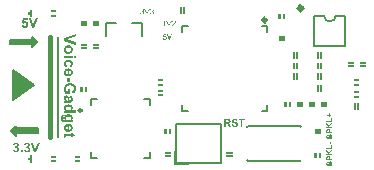
<source format=gto>
G04*
G04 #@! TF.GenerationSoftware,Altium Limited,Altium Designer,21.6.4 (81)*
G04*
G04 Layer_Color=65535*
%FSLAX24Y24*%
%MOIN*%
G70*
G04*
G04 #@! TF.SameCoordinates,18F95803-63CF-49D0-9880-B3B199DA49BA*
G04*
G04*
G04 #@! TF.FilePolarity,Positive*
G04*
G01*
G75*
%ADD10C,0.0118*%
%ADD11C,0.0080*%
%ADD12C,0.0150*%
%ADD13C,0.0098*%
%ADD14C,0.0070*%
%ADD15C,0.0060*%
%ADD16C,0.0079*%
%ADD17C,0.0059*%
%ADD18C,0.0010*%
G36*
X11815Y15210D02*
X11685D01*
Y15245D01*
X11815D01*
Y15210D01*
D02*
G37*
G36*
X16115Y15160D02*
X16080D01*
Y15340D01*
X16115D01*
Y15160D01*
D02*
G37*
G36*
X16020D02*
X15985D01*
Y15340D01*
X16020D01*
Y15160D01*
D02*
G37*
G36*
X11815Y15055D02*
X11685D01*
X11685Y15090D01*
X11815D01*
X11815Y15055D01*
D02*
G37*
G36*
X11005Y15045D02*
X10965D01*
Y15125D01*
X10895D01*
Y15175D01*
X10965D01*
Y15255D01*
X11005D01*
Y15045D01*
D02*
G37*
G36*
X19445Y14985D02*
X19410Y14985D01*
Y15115D01*
X19445Y15115D01*
Y14985D01*
D02*
G37*
G36*
X19290D02*
X19255D01*
Y15115D01*
X19290D01*
Y14985D01*
D02*
G37*
G36*
X13240Y14830D02*
X13060D01*
Y14865D01*
X13240D01*
Y14830D01*
D02*
G37*
G36*
X12840D02*
X12660D01*
Y14865D01*
X12840D01*
Y14830D01*
D02*
G37*
G36*
X13240Y14735D02*
X13060D01*
Y14770D01*
X13240D01*
Y14735D01*
D02*
G37*
G36*
X12840D02*
X12660D01*
Y14770D01*
X12840D01*
Y14735D01*
D02*
G37*
G36*
X19440Y14330D02*
X19260D01*
Y14365D01*
X19440D01*
Y14330D01*
D02*
G37*
G36*
Y14235D02*
X19260D01*
Y14270D01*
X19440D01*
Y14235D01*
D02*
G37*
G36*
X13240Y14080D02*
X13060D01*
Y14115D01*
X13240D01*
Y14080D01*
D02*
G37*
G36*
X12840D02*
X12660D01*
Y14115D01*
X12840D01*
Y14080D01*
D02*
G37*
G36*
X13240Y13985D02*
X13060D01*
Y14020D01*
X13240D01*
Y13985D01*
D02*
G37*
G36*
X12840D02*
X12660D01*
Y14020D01*
X12840D01*
Y13985D01*
D02*
G37*
G36*
X15365Y12910D02*
X15235D01*
Y12945D01*
X15365D01*
Y12910D01*
D02*
G37*
G36*
Y12755D02*
X15235D01*
X15235Y12790D01*
X15365D01*
X15365Y12755D01*
D02*
G37*
G36*
Y12560D02*
X15235D01*
Y12595D01*
X15365D01*
Y12560D01*
D02*
G37*
G36*
X12845Y12535D02*
X12810Y12535D01*
Y12665D01*
X12845Y12665D01*
Y12535D01*
D02*
G37*
G36*
X12690D02*
X12655D01*
Y12665D01*
X12690D01*
Y12535D01*
D02*
G37*
G36*
X15365Y12405D02*
X15235D01*
X15235Y12440D01*
X15365D01*
X15365Y12405D01*
D02*
G37*
G36*
X19490Y12035D02*
X19455D01*
Y12165D01*
X19490D01*
Y12035D01*
D02*
G37*
G36*
X15645Y11135D02*
X15610D01*
Y11265D01*
X15645D01*
Y11135D01*
D02*
G37*
G36*
X15490Y11265D02*
Y11135D01*
X15455Y11135D01*
Y11265D01*
X15490Y11265D01*
D02*
G37*
G36*
X17690Y10480D02*
X17510D01*
Y10515D01*
X17690D01*
Y10480D01*
D02*
G37*
G36*
X15640D02*
X15460D01*
Y10515D01*
X15640D01*
Y10480D01*
D02*
G37*
G36*
X17690Y10385D02*
X17510D01*
Y10420D01*
X17690D01*
Y10385D01*
D02*
G37*
G36*
X15640D02*
X15460D01*
Y10420D01*
X15640D01*
Y10385D01*
D02*
G37*
G36*
X12615Y10360D02*
X12485D01*
X12485Y10395D01*
X12615D01*
X12615Y10360D01*
D02*
G37*
G36*
X11815D02*
X11685D01*
Y10395D01*
X11815D01*
Y10360D01*
D02*
G37*
G36*
X12615Y10205D02*
X12485D01*
Y10240D01*
X12615D01*
Y10205D01*
D02*
G37*
G36*
X11815D02*
X11685D01*
X11685Y10240D01*
X11815D01*
X11815Y10205D01*
D02*
G37*
G36*
X11005Y10195D02*
X10965D01*
Y10275D01*
X10895D01*
Y10325D01*
X10965D01*
Y10405D01*
X11005D01*
Y10195D01*
D02*
G37*
G36*
X21915Y12755D02*
X21785D01*
X21785Y12790D01*
X21915D01*
X21915Y12755D01*
D02*
G37*
G36*
X20665Y12560D02*
X20630D01*
Y12740D01*
X20665D01*
Y12560D01*
D02*
G37*
G36*
X20570D02*
X20535D01*
Y12740D01*
X20570D01*
Y12560D01*
D02*
G37*
G36*
X21915Y12510D02*
X21785D01*
Y12545D01*
X21915D01*
Y12510D01*
D02*
G37*
G36*
Y12355D02*
X21785D01*
X21785Y12390D01*
X21915D01*
X21915Y12355D01*
D02*
G37*
G36*
X20840Y12130D02*
X20660D01*
Y12165D01*
X20840D01*
Y12130D01*
D02*
G37*
G36*
X20440D02*
X20260D01*
Y12165D01*
X20440D01*
Y12130D01*
D02*
G37*
G36*
X20040D02*
X19860D01*
Y12165D01*
X20040D01*
Y12130D01*
D02*
G37*
G36*
X20840Y12035D02*
X20660D01*
Y12070D01*
X20840D01*
Y12035D01*
D02*
G37*
G36*
X20440D02*
X20260D01*
Y12070D01*
X20440D01*
Y12035D01*
D02*
G37*
G36*
X20040D02*
X19860D01*
Y12070D01*
X20040D01*
Y12035D01*
D02*
G37*
G36*
X19645D02*
X19610Y12035D01*
Y12165D01*
X19645Y12165D01*
Y12035D01*
D02*
G37*
G36*
X21915Y11960D02*
X21880D01*
Y12140D01*
X21915D01*
Y11960D01*
D02*
G37*
G36*
X21820D02*
X21785D01*
Y12140D01*
X21820D01*
Y11960D01*
D02*
G37*
G36*
X20640Y11230D02*
X20460D01*
Y11265D01*
X20640D01*
Y11230D01*
D02*
G37*
G36*
Y11135D02*
X20460D01*
Y11170D01*
X20640D01*
Y11135D01*
D02*
G37*
G36*
X20645Y10335D02*
X20610Y10335D01*
Y10465D01*
X20645Y10465D01*
Y10335D01*
D02*
G37*
G36*
X20490D02*
X20455D01*
Y10465D01*
X20490D01*
Y10335D01*
D02*
G37*
G36*
X20570Y13660D02*
X20535D01*
Y13840D01*
X20570D01*
Y13660D01*
D02*
G37*
G36*
X19865D02*
X19830D01*
Y13840D01*
X19865D01*
Y13660D01*
D02*
G37*
G36*
X19770D02*
X19735D01*
Y13840D01*
X19770D01*
Y13660D01*
D02*
G37*
G36*
X20570Y13310D02*
X20535D01*
Y13490D01*
X20570D01*
Y13310D01*
D02*
G37*
G36*
X19865D02*
X19830D01*
Y13490D01*
X19865D01*
Y13310D01*
D02*
G37*
G36*
X19770D02*
X19735D01*
Y13490D01*
X19770D01*
Y13310D01*
D02*
G37*
G36*
X20570Y12960D02*
X20535D01*
Y13140D01*
X20570D01*
Y12960D01*
D02*
G37*
G36*
X19865D02*
X19830D01*
Y13140D01*
X19865D01*
Y12960D01*
D02*
G37*
G36*
X19770D02*
X19735D01*
Y13140D01*
X19770D01*
Y12960D01*
D02*
G37*
G36*
X20665Y13660D02*
X20630D01*
Y13840D01*
X20665D01*
Y13660D01*
D02*
G37*
G36*
X22140Y13480D02*
X21960D01*
Y13515D01*
X22140D01*
Y13480D01*
D02*
G37*
G36*
X21740D02*
X21560D01*
Y13515D01*
X21740D01*
Y13480D01*
D02*
G37*
G36*
X22140Y13385D02*
X21960D01*
Y13420D01*
X22140D01*
Y13385D01*
D02*
G37*
G36*
X21740D02*
X21560D01*
Y13420D01*
X21740D01*
Y13385D01*
D02*
G37*
G36*
X20665Y13310D02*
X20630D01*
Y13490D01*
X20665D01*
Y13310D01*
D02*
G37*
G36*
Y12960D02*
X20630D01*
Y13140D01*
X20665D01*
Y12960D01*
D02*
G37*
G36*
X21915Y12910D02*
X21785D01*
Y12945D01*
X21915D01*
Y12910D01*
D02*
G37*
G36*
X20995Y10770D02*
X20958D01*
Y10842D01*
X20995D01*
Y10770D01*
D02*
G37*
G36*
X21046Y10612D02*
X20856D01*
Y10651D01*
X21014D01*
Y10747D01*
X21046D01*
Y10612D01*
D02*
G37*
G36*
Y10541D02*
X20956Y10488D01*
X20989Y10456D01*
X21046D01*
Y10418D01*
X20855D01*
Y10456D01*
X20940D01*
X20855Y10535D01*
Y10587D01*
X20930Y10515D01*
X21046Y10591D01*
Y10541D01*
D02*
G37*
G36*
X20918Y10385D02*
X20920D01*
X20924Y10385D01*
X20929Y10384D01*
X20934Y10383D01*
X20939Y10381D01*
X20944Y10379D01*
X20944Y10379D01*
X20946Y10378D01*
X20948Y10377D01*
X20951Y10375D01*
X20953Y10372D01*
X20957Y10369D01*
X20960Y10366D01*
X20962Y10363D01*
X20963Y10362D01*
X20964Y10361D01*
X20965Y10359D01*
X20966Y10357D01*
X20968Y10354D01*
X20969Y10350D01*
X20970Y10347D01*
X20972Y10343D01*
Y10342D01*
X20972Y10341D01*
Y10340D01*
X20972Y10339D01*
X20972Y10337D01*
X20973Y10335D01*
Y10333D01*
X20973Y10330D01*
X20973Y10327D01*
X20974Y10324D01*
X20974Y10320D01*
Y10316D01*
X20974Y10312D01*
Y10278D01*
X21046D01*
Y10239D01*
X20855D01*
Y10310D01*
X20855Y10313D01*
Y10320D01*
X20856Y10328D01*
X20856Y10335D01*
X20856Y10339D01*
X20857Y10342D01*
X20857Y10345D01*
X20858Y10347D01*
Y10347D01*
X20858Y10348D01*
X20858Y10349D01*
X20859Y10350D01*
X20860Y10353D01*
X20862Y10357D01*
X20864Y10361D01*
X20867Y10366D01*
X20872Y10370D01*
X20877Y10374D01*
X20877D01*
X20877Y10375D01*
X20878Y10375D01*
X20879Y10376D01*
X20881Y10377D01*
X20882Y10378D01*
X20884Y10379D01*
X20887Y10380D01*
X20892Y10382D01*
X20898Y10384D01*
X20906Y10385D01*
X20914Y10386D01*
X20914D01*
X20915D01*
X20915D01*
X20917D01*
X20918Y10385D01*
D02*
G37*
G36*
X20995Y10206D02*
X20997Y10205D01*
X21001Y10205D01*
X21006Y10204D01*
X21011Y10202D01*
X21016Y10200D01*
X21022Y10197D01*
X21022D01*
X21022Y10196D01*
X21024Y10195D01*
X21027Y10193D01*
X21030Y10190D01*
X21033Y10186D01*
X21037Y10182D01*
X21040Y10177D01*
X21043Y10170D01*
Y10170D01*
X21043Y10170D01*
X21044Y10169D01*
X21044Y10167D01*
X21045Y10166D01*
X21045Y10164D01*
X21046Y10162D01*
X21046Y10159D01*
X21047Y10156D01*
X21048Y10153D01*
X21049Y10146D01*
X21050Y10138D01*
X21050Y10129D01*
Y10125D01*
X21050Y10123D01*
X21049Y10120D01*
X21049Y10116D01*
X21049Y10113D01*
X21048Y10108D01*
X21046Y10099D01*
X21044Y10095D01*
X21043Y10090D01*
X21041Y10085D01*
X21039Y10081D01*
X21036Y10077D01*
X21033Y10073D01*
X21033Y10073D01*
X21033Y10072D01*
X21032Y10071D01*
X21030Y10070D01*
X21028Y10068D01*
X21026Y10067D01*
X21024Y10065D01*
X21021Y10063D01*
X21018Y10061D01*
X21014Y10059D01*
X21010Y10057D01*
X21005Y10055D01*
X21001Y10054D01*
X20995Y10052D01*
X20990Y10051D01*
X20984Y10050D01*
X20980Y10088D01*
X20981D01*
X20981Y10088D01*
X20982D01*
X20984Y10088D01*
X20987Y10089D01*
X20991Y10091D01*
X20996Y10092D01*
X21000Y10095D01*
X21005Y10098D01*
X21008Y10101D01*
X21009Y10102D01*
X21010Y10103D01*
X21011Y10105D01*
X21013Y10109D01*
X21015Y10113D01*
X21016Y10118D01*
X21017Y10123D01*
X21017Y10129D01*
Y10133D01*
X21017Y10136D01*
X21016Y10140D01*
X21015Y10144D01*
X21014Y10149D01*
X21012Y10154D01*
X21010Y10157D01*
X21009Y10158D01*
X21008Y10159D01*
X21007Y10161D01*
X21004Y10162D01*
X21002Y10164D01*
X20998Y10166D01*
X20995Y10167D01*
X20991Y10167D01*
X20991D01*
X20990D01*
X20989Y10167D01*
X20987Y10167D01*
X20985Y10166D01*
X20983Y10166D01*
X20981Y10164D01*
X20979Y10163D01*
X20979Y10163D01*
X20979Y10162D01*
X20978Y10161D01*
X20977Y10160D01*
X20975Y10158D01*
X20974Y10156D01*
X20972Y10153D01*
X20971Y10149D01*
Y10149D01*
X20970Y10148D01*
X20970Y10146D01*
X20969Y10144D01*
X20969Y10143D01*
X20969Y10141D01*
X20968Y10139D01*
X20967Y10136D01*
X20966Y10133D01*
X20966Y10130D01*
X20965Y10126D01*
X20964Y10123D01*
X20962Y10118D01*
Y10118D01*
X20962Y10117D01*
X20962Y10115D01*
X20961Y10113D01*
X20960Y10111D01*
X20959Y10108D01*
X20958Y10105D01*
X20957Y10101D01*
X20954Y10094D01*
X20951Y10087D01*
X20949Y10083D01*
X20948Y10080D01*
X20946Y10077D01*
X20944Y10075D01*
X20943Y10074D01*
X20943Y10074D01*
X20942Y10073D01*
X20941Y10072D01*
X20939Y10071D01*
X20937Y10069D01*
X20935Y10067D01*
X20933Y10066D01*
X20927Y10063D01*
X20920Y10060D01*
X20917Y10059D01*
X20913Y10058D01*
X20909Y10057D01*
X20905Y10057D01*
X20905D01*
X20904D01*
X20903D01*
X20902D01*
X20900Y10058D01*
X20896Y10058D01*
X20892Y10059D01*
X20887Y10061D01*
X20882Y10062D01*
X20877Y10065D01*
X20877D01*
X20877Y10066D01*
X20875Y10067D01*
X20873Y10069D01*
X20870Y10071D01*
X20867Y10075D01*
X20864Y10079D01*
X20861Y10084D01*
X20858Y10089D01*
Y10089D01*
X20858Y10090D01*
X20857Y10091D01*
X20857Y10092D01*
X20856Y10093D01*
X20856Y10095D01*
X20855Y10097D01*
X20854Y10100D01*
X20853Y10105D01*
X20852Y10112D01*
X20851Y10119D01*
X20851Y10127D01*
Y10130D01*
X20851Y10133D01*
X20852Y10136D01*
X20852Y10139D01*
X20852Y10143D01*
X20853Y10147D01*
X20855Y10156D01*
X20856Y10161D01*
X20858Y10165D01*
X20860Y10169D01*
X20862Y10174D01*
X20864Y10177D01*
X20867Y10181D01*
X20867Y10181D01*
X20868Y10182D01*
X20869Y10183D01*
X20870Y10184D01*
X20872Y10185D01*
X20874Y10187D01*
X20876Y10188D01*
X20878Y10190D01*
X20881Y10192D01*
X20884Y10194D01*
X20888Y10195D01*
X20892Y10197D01*
X20896Y10198D01*
X20900Y10199D01*
X20905Y10200D01*
X20910Y10200D01*
X20911Y10162D01*
X20911D01*
X20910D01*
X20908Y10161D01*
X20906Y10161D01*
X20903Y10159D01*
X20899Y10158D01*
X20896Y10156D01*
X20893Y10154D01*
X20890Y10151D01*
X20890Y10151D01*
X20889Y10149D01*
X20888Y10148D01*
X20887Y10145D01*
X20885Y10141D01*
X20884Y10137D01*
X20884Y10132D01*
X20883Y10126D01*
Y10124D01*
X20884Y10121D01*
X20884Y10117D01*
X20885Y10113D01*
X20886Y10108D01*
X20888Y10104D01*
X20890Y10100D01*
X20891Y10100D01*
X20891Y10100D01*
X20892Y10098D01*
X20893Y10097D01*
X20895Y10096D01*
X20897Y10095D01*
X20900Y10095D01*
X20902Y10094D01*
X20903D01*
X20903D01*
X20905Y10095D01*
X20906Y10095D01*
X20908Y10096D01*
X20910Y10097D01*
X20912Y10098D01*
X20914Y10100D01*
X20914Y10100D01*
X20915Y10102D01*
X20916Y10102D01*
X20916Y10104D01*
X20917Y10105D01*
X20918Y10107D01*
X20919Y10109D01*
X20920Y10112D01*
X20921Y10115D01*
X20922Y10118D01*
X20923Y10122D01*
X20924Y10126D01*
X20925Y10130D01*
X20927Y10135D01*
Y10136D01*
X20927Y10137D01*
X20927Y10138D01*
X20928Y10140D01*
X20928Y10142D01*
X20929Y10145D01*
X20930Y10148D01*
X20931Y10151D01*
X20933Y10158D01*
X20935Y10165D01*
X20938Y10171D01*
X20939Y10174D01*
X20941Y10177D01*
Y10177D01*
X20941Y10177D01*
X20942Y10179D01*
X20944Y10182D01*
X20946Y10185D01*
X20949Y10188D01*
X20952Y10192D01*
X20956Y10195D01*
X20960Y10198D01*
X20961Y10198D01*
X20962Y10199D01*
X20965Y10201D01*
X20969Y10202D01*
X20973Y10203D01*
X20978Y10205D01*
X20984Y10206D01*
X20991Y10206D01*
X20991D01*
X20992D01*
X20992D01*
X20993D01*
X20995Y10206D01*
D02*
G37*
G36*
X20969Y11750D02*
X21019D01*
Y11716D01*
X20969D01*
Y11666D01*
X20935D01*
Y11716D01*
X20885D01*
Y11750D01*
X20935D01*
Y11800D01*
X20969D01*
Y11750D01*
D02*
G37*
G36*
X21046Y11512D02*
X20856D01*
Y11551D01*
X21014D01*
Y11647D01*
X21046D01*
Y11512D01*
D02*
G37*
G36*
Y11441D02*
X20956Y11388D01*
X20989Y11356D01*
X21046D01*
Y11318D01*
X20855D01*
Y11356D01*
X20940D01*
X20855Y11435D01*
Y11487D01*
X20930Y11415D01*
X21046Y11491D01*
Y11441D01*
D02*
G37*
G36*
X20918Y11285D02*
X20920D01*
X20924Y11285D01*
X20929Y11284D01*
X20934Y11283D01*
X20939Y11281D01*
X20944Y11279D01*
X20944Y11279D01*
X20946Y11278D01*
X20948Y11277D01*
X20951Y11275D01*
X20953Y11272D01*
X20957Y11269D01*
X20960Y11266D01*
X20962Y11263D01*
X20963Y11262D01*
X20964Y11261D01*
X20965Y11259D01*
X20966Y11257D01*
X20968Y11254D01*
X20969Y11250D01*
X20970Y11247D01*
X20972Y11243D01*
Y11242D01*
X20972Y11241D01*
Y11240D01*
X20972Y11239D01*
X20972Y11237D01*
X20973Y11235D01*
Y11233D01*
X20973Y11230D01*
X20973Y11227D01*
X20974Y11224D01*
X20974Y11220D01*
Y11216D01*
X20974Y11212D01*
Y11178D01*
X21046D01*
Y11139D01*
X20855D01*
Y11210D01*
X20855Y11213D01*
Y11220D01*
X20856Y11228D01*
X20856Y11235D01*
X20856Y11239D01*
X20857Y11242D01*
X20857Y11245D01*
X20858Y11247D01*
Y11247D01*
X20858Y11248D01*
X20858Y11249D01*
X20859Y11250D01*
X20860Y11253D01*
X20862Y11257D01*
X20864Y11261D01*
X20867Y11265D01*
X20872Y11270D01*
X20877Y11274D01*
X20877D01*
X20877Y11275D01*
X20878Y11275D01*
X20879Y11276D01*
X20881Y11277D01*
X20882Y11278D01*
X20884Y11279D01*
X20887Y11280D01*
X20892Y11282D01*
X20898Y11284D01*
X20906Y11285D01*
X20914Y11286D01*
X20914D01*
X20915D01*
X20915D01*
X20917D01*
X20918Y11285D01*
D02*
G37*
G36*
X20995Y11106D02*
X20997Y11105D01*
X21001Y11105D01*
X21006Y11104D01*
X21011Y11102D01*
X21016Y11100D01*
X21022Y11097D01*
X21022D01*
X21022Y11096D01*
X21024Y11095D01*
X21027Y11093D01*
X21030Y11090D01*
X21033Y11086D01*
X21037Y11082D01*
X21040Y11077D01*
X21043Y11070D01*
Y11070D01*
X21043Y11070D01*
X21044Y11069D01*
X21044Y11067D01*
X21045Y11066D01*
X21045Y11064D01*
X21046Y11062D01*
X21046Y11059D01*
X21047Y11056D01*
X21048Y11053D01*
X21049Y11046D01*
X21050Y11038D01*
X21050Y11029D01*
Y11025D01*
X21050Y11023D01*
X21049Y11020D01*
X21049Y11016D01*
X21049Y11013D01*
X21048Y11008D01*
X21046Y10999D01*
X21044Y10995D01*
X21043Y10990D01*
X21041Y10985D01*
X21039Y10981D01*
X21036Y10977D01*
X21033Y10973D01*
X21033Y10973D01*
X21033Y10972D01*
X21032Y10971D01*
X21030Y10970D01*
X21028Y10968D01*
X21026Y10967D01*
X21024Y10965D01*
X21021Y10963D01*
X21018Y10961D01*
X21014Y10959D01*
X21010Y10957D01*
X21005Y10955D01*
X21001Y10954D01*
X20995Y10952D01*
X20990Y10951D01*
X20984Y10950D01*
X20980Y10988D01*
X20981D01*
X20981Y10988D01*
X20982D01*
X20984Y10988D01*
X20987Y10989D01*
X20991Y10991D01*
X20996Y10992D01*
X21000Y10995D01*
X21005Y10998D01*
X21008Y11001D01*
X21009Y11002D01*
X21010Y11003D01*
X21011Y11005D01*
X21013Y11009D01*
X21015Y11013D01*
X21016Y11018D01*
X21017Y11023D01*
X21017Y11029D01*
Y11033D01*
X21017Y11036D01*
X21016Y11040D01*
X21015Y11044D01*
X21014Y11049D01*
X21012Y11054D01*
X21010Y11057D01*
X21009Y11058D01*
X21008Y11059D01*
X21007Y11061D01*
X21004Y11062D01*
X21002Y11064D01*
X20998Y11066D01*
X20995Y11067D01*
X20991Y11067D01*
X20991D01*
X20990D01*
X20989Y11067D01*
X20987Y11067D01*
X20985Y11066D01*
X20983Y11066D01*
X20981Y11064D01*
X20979Y11063D01*
X20979Y11063D01*
X20979Y11062D01*
X20978Y11061D01*
X20977Y11060D01*
X20975Y11058D01*
X20974Y11056D01*
X20972Y11053D01*
X20971Y11049D01*
Y11049D01*
X20970Y11048D01*
X20970Y11046D01*
X20969Y11044D01*
X20969Y11043D01*
X20969Y11041D01*
X20968Y11039D01*
X20967Y11036D01*
X20966Y11033D01*
X20966Y11030D01*
X20965Y11026D01*
X20964Y11023D01*
X20962Y11018D01*
Y11018D01*
X20962Y11017D01*
X20962Y11015D01*
X20961Y11013D01*
X20960Y11011D01*
X20959Y11008D01*
X20958Y11005D01*
X20957Y11001D01*
X20954Y10994D01*
X20951Y10987D01*
X20949Y10983D01*
X20948Y10980D01*
X20946Y10977D01*
X20944Y10975D01*
X20943Y10974D01*
X20943Y10974D01*
X20942Y10973D01*
X20941Y10972D01*
X20939Y10970D01*
X20937Y10969D01*
X20935Y10967D01*
X20933Y10966D01*
X20927Y10963D01*
X20920Y10960D01*
X20917Y10959D01*
X20913Y10958D01*
X20909Y10957D01*
X20905Y10957D01*
X20905D01*
X20904D01*
X20903D01*
X20902D01*
X20900Y10958D01*
X20896Y10958D01*
X20892Y10959D01*
X20887Y10961D01*
X20882Y10962D01*
X20877Y10965D01*
X20877D01*
X20877Y10966D01*
X20875Y10967D01*
X20873Y10969D01*
X20870Y10971D01*
X20867Y10975D01*
X20864Y10979D01*
X20861Y10984D01*
X20858Y10989D01*
Y10989D01*
X20858Y10990D01*
X20857Y10991D01*
X20857Y10992D01*
X20856Y10993D01*
X20856Y10995D01*
X20855Y10997D01*
X20854Y11000D01*
X20853Y11005D01*
X20852Y11012D01*
X20851Y11019D01*
X20851Y11027D01*
Y11030D01*
X20851Y11033D01*
X20852Y11036D01*
X20852Y11039D01*
X20852Y11043D01*
X20853Y11047D01*
X20855Y11056D01*
X20856Y11061D01*
X20858Y11065D01*
X20860Y11069D01*
X20862Y11074D01*
X20864Y11077D01*
X20867Y11081D01*
X20867Y11081D01*
X20868Y11082D01*
X20869Y11083D01*
X20870Y11084D01*
X20872Y11085D01*
X20874Y11087D01*
X20876Y11089D01*
X20878Y11090D01*
X20881Y11092D01*
X20884Y11094D01*
X20888Y11095D01*
X20892Y11097D01*
X20896Y11098D01*
X20900Y11099D01*
X20905Y11100D01*
X20910Y11100D01*
X20911Y11062D01*
X20911D01*
X20910D01*
X20908Y11061D01*
X20906Y11061D01*
X20903Y11059D01*
X20899Y11058D01*
X20896Y11056D01*
X20893Y11054D01*
X20890Y11051D01*
X20890Y11051D01*
X20889Y11049D01*
X20888Y11048D01*
X20887Y11045D01*
X20885Y11041D01*
X20884Y11037D01*
X20884Y11032D01*
X20883Y11026D01*
Y11024D01*
X20884Y11021D01*
X20884Y11017D01*
X20885Y11013D01*
X20886Y11008D01*
X20888Y11004D01*
X20890Y11000D01*
X20891Y11000D01*
X20891Y11000D01*
X20892Y10998D01*
X20893Y10997D01*
X20895Y10996D01*
X20897Y10995D01*
X20900Y10995D01*
X20902Y10994D01*
X20903D01*
X20903D01*
X20905Y10995D01*
X20906Y10995D01*
X20908Y10996D01*
X20910Y10997D01*
X20912Y10998D01*
X20914Y11000D01*
X20914Y11000D01*
X20915Y11002D01*
X20916Y11002D01*
X20916Y11004D01*
X20917Y11005D01*
X20918Y11007D01*
X20919Y11009D01*
X20920Y11012D01*
X20921Y11015D01*
X20922Y11018D01*
X20923Y11022D01*
X20924Y11026D01*
X20925Y11030D01*
X20927Y11035D01*
Y11036D01*
X20927Y11037D01*
X20927Y11038D01*
X20928Y11040D01*
X20928Y11042D01*
X20929Y11045D01*
X20930Y11048D01*
X20931Y11051D01*
X20933Y11058D01*
X20935Y11065D01*
X20938Y11071D01*
X20939Y11074D01*
X20941Y11077D01*
Y11077D01*
X20941Y11077D01*
X20942Y11079D01*
X20944Y11082D01*
X20946Y11085D01*
X20949Y11088D01*
X20952Y11092D01*
X20956Y11095D01*
X20960Y11098D01*
X20961Y11098D01*
X20962Y11099D01*
X20965Y11101D01*
X20969Y11102D01*
X20973Y11103D01*
X20978Y11105D01*
X20984Y11106D01*
X20991Y11106D01*
X20991D01*
X20992D01*
X20992D01*
X20993D01*
X20995Y11106D01*
D02*
G37*
G36*
X12497Y14366D02*
X12213Y14269D01*
X12497Y14175D01*
Y14092D01*
X12113Y14229D01*
Y14312D01*
X12497Y14450D01*
Y14366D01*
D02*
G37*
G36*
X12263Y14070D02*
X12266D01*
X12270Y14069D01*
X12279Y14068D01*
X12290Y14066D01*
X12301Y14063D01*
X12314Y14059D01*
X12327Y14053D01*
X12327D01*
X12329Y14052D01*
X12330Y14051D01*
X12332Y14049D01*
X12339Y14045D01*
X12346Y14039D01*
X12355Y14032D01*
X12364Y14023D01*
X12372Y14013D01*
X12380Y14002D01*
Y14001D01*
X12380Y14000D01*
X12381Y13998D01*
X12382Y13995D01*
X12384Y13993D01*
X12385Y13989D01*
X12387Y13984D01*
X12389Y13980D01*
X12392Y13969D01*
X12395Y13956D01*
X12397Y13942D01*
X12398Y13927D01*
Y13921D01*
X12397Y13917D01*
X12397Y13911D01*
X12396Y13905D01*
X12395Y13898D01*
X12393Y13891D01*
X12391Y13882D01*
X12388Y13874D01*
X12385Y13866D01*
X12381Y13857D01*
X12376Y13848D01*
X12370Y13839D01*
X12364Y13831D01*
X12357Y13823D01*
X12356Y13823D01*
X12355Y13822D01*
X12352Y13820D01*
X12350Y13817D01*
X12345Y13814D01*
X12341Y13811D01*
X12335Y13807D01*
X12329Y13803D01*
X12321Y13800D01*
X12314Y13796D01*
X12305Y13792D01*
X12296Y13789D01*
X12286Y13787D01*
X12276Y13785D01*
X12265Y13783D01*
X12253Y13783D01*
X12253D01*
X12250D01*
X12247D01*
X12243Y13783D01*
X12237Y13784D01*
X12231Y13785D01*
X12224Y13786D01*
X12216Y13788D01*
X12208Y13790D01*
X12200Y13793D01*
X12191Y13796D01*
X12182Y13800D01*
X12173Y13805D01*
X12165Y13811D01*
X12157Y13817D01*
X12148Y13824D01*
X12148Y13825D01*
X12147Y13826D01*
X12144Y13828D01*
X12142Y13831D01*
X12139Y13835D01*
X12135Y13840D01*
X12132Y13846D01*
X12128Y13852D01*
X12124Y13859D01*
X12120Y13867D01*
X12117Y13875D01*
X12114Y13884D01*
X12111Y13894D01*
X12109Y13904D01*
X12108Y13915D01*
X12107Y13927D01*
Y13931D01*
X12108Y13933D01*
Y13937D01*
X12108Y13941D01*
X12109Y13950D01*
X12112Y13962D01*
X12114Y13974D01*
X12119Y13987D01*
X12124Y14000D01*
Y14000D01*
X12125Y14002D01*
X12126Y14003D01*
X12128Y14005D01*
X12132Y14012D01*
X12137Y14019D01*
X12144Y14028D01*
X12153Y14037D01*
X12163Y14045D01*
X12175Y14053D01*
X12175D01*
X12176Y14053D01*
X12178Y14054D01*
X12181Y14055D01*
X12184Y14057D01*
X12188Y14058D01*
X12193Y14060D01*
X12198Y14061D01*
X12203Y14063D01*
X12209Y14065D01*
X12223Y14068D01*
X12239Y14070D01*
X12256Y14070D01*
X12257D01*
X12258D01*
X12260D01*
X12263Y14070D01*
D02*
G37*
G36*
X12497Y13652D02*
X12429D01*
Y13726D01*
X12497D01*
Y13652D01*
D02*
G37*
G36*
X12392D02*
X12113D01*
Y13726D01*
X12392D01*
Y13652D01*
D02*
G37*
G36*
X12263Y13592D02*
X12269Y13591D01*
X12276Y13591D01*
X12283Y13590D01*
X12291Y13588D01*
X12309Y13584D01*
X12317Y13581D01*
X12326Y13578D01*
X12335Y13573D01*
X12344Y13568D01*
X12351Y13563D01*
X12359Y13556D01*
X12360Y13556D01*
X12361Y13555D01*
X12362Y13553D01*
X12365Y13550D01*
X12368Y13546D01*
X12371Y13541D01*
X12375Y13536D01*
X12379Y13530D01*
X12382Y13524D01*
X12386Y13516D01*
X12389Y13508D01*
X12392Y13499D01*
X12395Y13490D01*
X12396Y13480D01*
X12397Y13469D01*
X12398Y13458D01*
Y13453D01*
X12397Y13450D01*
Y13445D01*
X12397Y13440D01*
X12396Y13435D01*
X12395Y13429D01*
X12392Y13416D01*
X12388Y13403D01*
X12383Y13389D01*
X12376Y13377D01*
Y13377D01*
X12375Y13376D01*
X12374Y13374D01*
X12372Y13372D01*
X12367Y13367D01*
X12360Y13361D01*
X12350Y13353D01*
X12339Y13346D01*
X12326Y13339D01*
X12310Y13334D01*
X12297Y13407D01*
X12298D01*
X12300Y13407D01*
X12304Y13408D01*
X12309Y13410D01*
X12314Y13413D01*
X12320Y13415D01*
X12325Y13419D01*
X12329Y13424D01*
X12330Y13424D01*
X12331Y13426D01*
X12332Y13429D01*
X12335Y13433D01*
X12337Y13438D01*
X12339Y13443D01*
X12340Y13450D01*
X12340Y13457D01*
Y13458D01*
X12340Y13462D01*
X12339Y13467D01*
X12338Y13473D01*
X12335Y13480D01*
X12332Y13487D01*
X12327Y13494D01*
X12321Y13501D01*
X12320Y13501D01*
X12317Y13503D01*
X12312Y13506D01*
X12306Y13509D01*
X12297Y13512D01*
X12292Y13513D01*
X12286Y13514D01*
X12280Y13515D01*
X12273Y13516D01*
X12265Y13517D01*
X12258D01*
X12257D01*
X12255D01*
X12253D01*
X12249Y13516D01*
X12245D01*
X12241Y13516D01*
X12230Y13515D01*
X12218Y13513D01*
X12206Y13510D01*
X12196Y13506D01*
X12191Y13503D01*
X12187Y13500D01*
X12186Y13500D01*
X12184Y13497D01*
X12181Y13494D01*
X12177Y13489D01*
X12173Y13482D01*
X12170Y13475D01*
X12168Y13466D01*
X12167Y13456D01*
Y13453D01*
X12168Y13449D01*
X12169Y13444D01*
X12170Y13438D01*
X12172Y13433D01*
X12175Y13427D01*
X12179Y13422D01*
X12179Y13421D01*
X12181Y13419D01*
X12184Y13417D01*
X12188Y13414D01*
X12194Y13410D01*
X12201Y13408D01*
X12210Y13404D01*
X12220Y13402D01*
X12208Y13330D01*
X12207D01*
X12205Y13331D01*
X12203Y13331D01*
X12199Y13332D01*
X12195Y13334D01*
X12190Y13336D01*
X12179Y13340D01*
X12167Y13346D01*
X12155Y13353D01*
X12143Y13363D01*
X12137Y13368D01*
X12132Y13374D01*
Y13374D01*
X12131Y13376D01*
X12130Y13377D01*
X12128Y13379D01*
X12127Y13383D01*
X12124Y13387D01*
X12122Y13391D01*
X12120Y13397D01*
X12117Y13402D01*
X12115Y13409D01*
X12113Y13415D01*
X12111Y13423D01*
X12109Y13432D01*
X12108Y13440D01*
X12108Y13449D01*
X12107Y13459D01*
Y13465D01*
X12108Y13469D01*
X12108Y13474D01*
X12109Y13480D01*
X12110Y13487D01*
X12112Y13494D01*
X12114Y13502D01*
X12117Y13510D01*
X12119Y13518D01*
X12123Y13526D01*
X12128Y13534D01*
X12133Y13542D01*
X12139Y13549D01*
X12145Y13556D01*
X12146Y13557D01*
X12147Y13558D01*
X12149Y13560D01*
X12153Y13562D01*
X12157Y13565D01*
X12161Y13568D01*
X12167Y13571D01*
X12173Y13574D01*
X12180Y13578D01*
X12188Y13581D01*
X12197Y13584D01*
X12206Y13587D01*
X12217Y13589D01*
X12228Y13591D01*
X12240Y13592D01*
X12252Y13593D01*
X12253D01*
X12255D01*
X12259D01*
X12263Y13592D01*
D02*
G37*
G36*
X12262Y13298D02*
X12268Y13298D01*
X12274Y13297D01*
X12281Y13296D01*
X12290Y13294D01*
X12307Y13290D01*
X12316Y13287D01*
X12325Y13284D01*
X12334Y13280D01*
X12342Y13275D01*
X12351Y13269D01*
X12359Y13263D01*
X12359Y13262D01*
X12360Y13261D01*
X12362Y13259D01*
X12365Y13256D01*
X12367Y13253D01*
X12371Y13248D01*
X12375Y13243D01*
X12379Y13238D01*
X12382Y13232D01*
X12386Y13225D01*
X12389Y13217D01*
X12392Y13209D01*
X12394Y13201D01*
X12396Y13191D01*
X12397Y13182D01*
X12398Y13172D01*
Y13166D01*
X12397Y13161D01*
X12397Y13156D01*
X12396Y13150D01*
X12395Y13144D01*
X12393Y13136D01*
X12391Y13129D01*
X12388Y13121D01*
X12385Y13112D01*
X12380Y13104D01*
X12376Y13096D01*
X12370Y13089D01*
X12364Y13081D01*
X12356Y13074D01*
X12356Y13074D01*
X12355Y13072D01*
X12352Y13071D01*
X12349Y13069D01*
X12344Y13066D01*
X12339Y13063D01*
X12332Y13060D01*
X12325Y13056D01*
X12317Y13053D01*
X12307Y13050D01*
X12297Y13047D01*
X12286Y13044D01*
X12274Y13042D01*
X12260Y13040D01*
X12246Y13039D01*
X12231D01*
Y13223D01*
X12230D01*
X12229D01*
X12228D01*
X12225Y13223D01*
X12220Y13222D01*
X12212Y13221D01*
X12204Y13219D01*
X12195Y13216D01*
X12187Y13212D01*
X12180Y13206D01*
X12179Y13206D01*
X12177Y13203D01*
X12174Y13200D01*
X12171Y13195D01*
X12168Y13188D01*
X12165Y13181D01*
X12163Y13172D01*
X12162Y13164D01*
Y13161D01*
X12163Y13157D01*
X12163Y13154D01*
X12164Y13149D01*
X12166Y13144D01*
X12168Y13139D01*
X12171Y13135D01*
X12172Y13134D01*
X12173Y13132D01*
X12175Y13130D01*
X12179Y13128D01*
X12183Y13125D01*
X12188Y13122D01*
X12195Y13119D01*
X12202Y13116D01*
X12190Y13043D01*
X12189D01*
X12188Y13044D01*
X12186Y13045D01*
X12183Y13046D01*
X12180Y13048D01*
X12176Y13049D01*
X12167Y13054D01*
X12157Y13060D01*
X12147Y13068D01*
X12137Y13077D01*
X12128Y13088D01*
Y13089D01*
X12127Y13089D01*
X12127Y13091D01*
X12125Y13094D01*
X12123Y13096D01*
X12122Y13100D01*
X12120Y13104D01*
X12118Y13109D01*
X12114Y13120D01*
X12110Y13133D01*
X12108Y13148D01*
X12107Y13164D01*
Y13167D01*
X12108Y13171D01*
Y13176D01*
X12109Y13182D01*
X12110Y13189D01*
X12111Y13197D01*
X12113Y13205D01*
X12115Y13213D01*
X12119Y13222D01*
X12123Y13231D01*
X12127Y13240D01*
X12133Y13249D01*
X12139Y13257D01*
X12146Y13265D01*
X12154Y13272D01*
X12155Y13272D01*
X12156Y13273D01*
X12158Y13274D01*
X12161Y13276D01*
X12165Y13278D01*
X12169Y13280D01*
X12174Y13283D01*
X12180Y13285D01*
X12187Y13288D01*
X12194Y13290D01*
X12202Y13293D01*
X12211Y13294D01*
X12220Y13296D01*
X12229Y13298D01*
X12240Y13298D01*
X12250Y13299D01*
X12251D01*
X12253D01*
X12257D01*
X12262Y13298D01*
D02*
G37*
G36*
X12290Y12843D02*
X12216D01*
Y12988D01*
X12290D01*
Y12843D01*
D02*
G37*
G36*
X12316Y12813D02*
X12322D01*
X12328Y12812D01*
X12335Y12811D01*
X12342Y12810D01*
X12359Y12807D01*
X12377Y12803D01*
X12395Y12797D01*
X12404Y12793D01*
X12413Y12788D01*
X12413Y12788D01*
X12415Y12787D01*
X12417Y12786D01*
X12421Y12784D01*
X12425Y12781D01*
X12429Y12778D01*
X12434Y12774D01*
X12440Y12770D01*
X12445Y12765D01*
X12451Y12759D01*
X12457Y12753D01*
X12463Y12747D01*
X12469Y12739D01*
X12475Y12732D01*
X12485Y12715D01*
Y12715D01*
X12486Y12713D01*
X12487Y12711D01*
X12488Y12708D01*
X12490Y12705D01*
X12491Y12701D01*
X12493Y12695D01*
X12495Y12690D01*
X12497Y12683D01*
X12498Y12676D01*
X12500Y12668D01*
X12502Y12661D01*
X12504Y12643D01*
X12504Y12623D01*
Y12616D01*
X12504Y12611D01*
X12503Y12605D01*
X12503Y12598D01*
X12502Y12590D01*
X12501Y12582D01*
X12497Y12564D01*
X12492Y12546D01*
X12488Y12536D01*
X12485Y12527D01*
X12480Y12519D01*
X12475Y12511D01*
X12474Y12511D01*
X12473Y12510D01*
X12471Y12507D01*
X12469Y12505D01*
X12466Y12501D01*
X12462Y12498D01*
X12458Y12494D01*
X12453Y12490D01*
X12447Y12485D01*
X12441Y12481D01*
X12435Y12476D01*
X12427Y12473D01*
X12419Y12468D01*
X12411Y12465D01*
X12401Y12461D01*
X12392Y12459D01*
X12377Y12536D01*
X12378D01*
X12379Y12537D01*
X12382Y12538D01*
X12387Y12540D01*
X12393Y12544D01*
X12401Y12547D01*
X12408Y12553D01*
X12415Y12560D01*
X12422Y12567D01*
X12422Y12569D01*
X12425Y12571D01*
X12427Y12576D01*
X12430Y12582D01*
X12433Y12591D01*
X12436Y12600D01*
X12438Y12611D01*
X12438Y12623D01*
Y12628D01*
X12438Y12631D01*
X12437Y12636D01*
X12437Y12641D01*
X12436Y12646D01*
X12435Y12652D01*
X12431Y12665D01*
X12428Y12672D01*
X12425Y12678D01*
X12421Y12685D01*
X12417Y12692D01*
X12411Y12698D01*
X12406Y12704D01*
X12405Y12705D01*
X12404Y12705D01*
X12402Y12707D01*
X12400Y12708D01*
X12396Y12711D01*
X12392Y12713D01*
X12387Y12716D01*
X12382Y12718D01*
X12375Y12721D01*
X12368Y12724D01*
X12360Y12727D01*
X12352Y12729D01*
X12342Y12731D01*
X12332Y12732D01*
X12321Y12733D01*
X12310Y12733D01*
X12309D01*
X12307D01*
X12303D01*
X12299Y12733D01*
X12292Y12732D01*
X12286Y12732D01*
X12279Y12731D01*
X12271Y12730D01*
X12254Y12726D01*
X12237Y12721D01*
X12229Y12717D01*
X12221Y12713D01*
X12213Y12708D01*
X12206Y12703D01*
X12206Y12703D01*
X12205Y12702D01*
X12203Y12700D01*
X12201Y12698D01*
X12199Y12695D01*
X12195Y12691D01*
X12193Y12687D01*
X12189Y12682D01*
X12186Y12676D01*
X12183Y12671D01*
X12178Y12657D01*
X12175Y12649D01*
X12174Y12641D01*
X12173Y12632D01*
X12172Y12623D01*
Y12619D01*
X12173Y12615D01*
X12173Y12608D01*
X12174Y12601D01*
X12176Y12592D01*
X12178Y12584D01*
X12181Y12575D01*
Y12574D01*
X12182Y12574D01*
X12183Y12571D01*
X12185Y12566D01*
X12188Y12560D01*
X12191Y12554D01*
X12195Y12546D01*
X12200Y12539D01*
X12205Y12532D01*
X12254D01*
Y12621D01*
X12319D01*
Y12454D01*
X12165D01*
X12164Y12455D01*
X12163Y12457D01*
X12161Y12459D01*
X12159Y12461D01*
X12157Y12464D01*
X12151Y12472D01*
X12145Y12483D01*
X12138Y12495D01*
X12130Y12509D01*
X12124Y12525D01*
Y12526D01*
X12123Y12527D01*
X12122Y12530D01*
X12121Y12533D01*
X12120Y12537D01*
X12118Y12542D01*
X12117Y12548D01*
X12115Y12554D01*
X12112Y12568D01*
X12109Y12584D01*
X12107Y12601D01*
X12106Y12618D01*
Y12625D01*
X12107Y12628D01*
Y12634D01*
X12107Y12640D01*
X12108Y12647D01*
X12109Y12655D01*
X12112Y12671D01*
X12117Y12688D01*
X12123Y12707D01*
X12127Y12715D01*
X12131Y12724D01*
X12132Y12724D01*
X12132Y12726D01*
X12134Y12728D01*
X12136Y12731D01*
X12138Y12735D01*
X12142Y12739D01*
X12145Y12744D01*
X12150Y12749D01*
X12160Y12760D01*
X12173Y12771D01*
X12187Y12782D01*
X12204Y12791D01*
X12204D01*
X12206Y12792D01*
X12209Y12793D01*
X12212Y12794D01*
X12216Y12796D01*
X12221Y12798D01*
X12228Y12800D01*
X12234Y12802D01*
X12241Y12804D01*
X12250Y12806D01*
X12267Y12810D01*
X12286Y12812D01*
X12306Y12813D01*
X12307D01*
X12309D01*
X12312D01*
X12316Y12813D01*
D02*
G37*
G36*
X12197Y12402D02*
X12203Y12401D01*
X12209Y12400D01*
X12216Y12398D01*
X12223Y12395D01*
X12230Y12392D01*
X12231Y12391D01*
X12234Y12389D01*
X12237Y12387D01*
X12241Y12383D01*
X12245Y12379D01*
X12250Y12374D01*
X12255Y12368D01*
X12259Y12360D01*
X12259Y12359D01*
X12260Y12357D01*
X12262Y12352D01*
X12265Y12345D01*
X12268Y12337D01*
X12270Y12327D01*
X12273Y12315D01*
X12276Y12302D01*
Y12301D01*
X12276Y12299D01*
X12277Y12297D01*
X12277Y12293D01*
X12278Y12289D01*
X12279Y12284D01*
X12282Y12273D01*
X12285Y12261D01*
X12287Y12249D01*
X12291Y12238D01*
X12292Y12233D01*
X12294Y12229D01*
X12301D01*
X12302D01*
X12305D01*
X12309Y12230D01*
X12314Y12231D01*
X12319Y12232D01*
X12324Y12234D01*
X12328Y12237D01*
X12332Y12241D01*
X12332Y12241D01*
X12334Y12243D01*
X12335Y12246D01*
X12337Y12249D01*
X12339Y12255D01*
X12340Y12262D01*
X12341Y12270D01*
X12341Y12280D01*
Y12283D01*
X12341Y12287D01*
X12340Y12291D01*
X12339Y12296D01*
X12338Y12302D01*
X12336Y12307D01*
X12333Y12311D01*
X12332Y12312D01*
X12331Y12313D01*
X12330Y12315D01*
X12327Y12317D01*
X12323Y12320D01*
X12318Y12323D01*
X12312Y12326D01*
X12306Y12329D01*
X12318Y12395D01*
X12319D01*
X12320Y12394D01*
X12322Y12394D01*
X12325Y12393D01*
X12328Y12392D01*
X12332Y12390D01*
X12341Y12386D01*
X12350Y12380D01*
X12360Y12374D01*
X12370Y12366D01*
X12378Y12357D01*
Y12356D01*
X12379Y12355D01*
X12380Y12354D01*
X12381Y12352D01*
X12382Y12348D01*
X12384Y12345D01*
X12386Y12340D01*
X12388Y12336D01*
X12390Y12330D01*
X12392Y12324D01*
X12393Y12318D01*
X12395Y12310D01*
X12396Y12302D01*
X12397Y12293D01*
X12398Y12284D01*
Y12266D01*
X12397Y12262D01*
Y12258D01*
X12396Y12247D01*
X12395Y12235D01*
X12393Y12223D01*
X12390Y12211D01*
X12388Y12206D01*
X12386Y12201D01*
Y12201D01*
X12385Y12200D01*
X12384Y12197D01*
X12381Y12193D01*
X12378Y12188D01*
X12374Y12182D01*
X12369Y12176D01*
X12362Y12171D01*
X12356Y12167D01*
X12355Y12166D01*
X12353Y12165D01*
X12348Y12163D01*
X12345Y12163D01*
X12341Y12162D01*
X12337Y12161D01*
X12332Y12160D01*
X12327Y12159D01*
X12321Y12158D01*
X12314Y12158D01*
X12307Y12157D01*
X12299Y12157D01*
X12290D01*
X12204Y12158D01*
X12204D01*
X12203D01*
X12201D01*
X12198D01*
X12191D01*
X12184Y12157D01*
X12175D01*
X12166Y12156D01*
X12157Y12156D01*
X12150Y12155D01*
X12149D01*
X12147Y12154D01*
X12143Y12153D01*
X12139Y12152D01*
X12133Y12150D01*
X12127Y12147D01*
X12120Y12145D01*
X12113Y12141D01*
Y12214D01*
X12114D01*
X12114Y12214D01*
X12117Y12215D01*
X12119Y12216D01*
X12122Y12217D01*
X12125Y12218D01*
X12130Y12219D01*
X12135Y12221D01*
X12135D01*
X12136Y12222D01*
X12138Y12222D01*
X12141Y12223D01*
X12143Y12224D01*
X12143Y12225D01*
X12140Y12227D01*
X12137Y12231D01*
X12133Y12236D01*
X12129Y12242D01*
X12124Y12249D01*
X12120Y12257D01*
X12116Y12264D01*
X12115Y12266D01*
X12115Y12268D01*
X12113Y12273D01*
X12112Y12278D01*
X12110Y12285D01*
X12109Y12293D01*
X12108Y12302D01*
X12107Y12310D01*
Y12314D01*
X12108Y12318D01*
Y12321D01*
X12108Y12325D01*
X12110Y12335D01*
X12113Y12346D01*
X12117Y12357D01*
X12122Y12368D01*
X12130Y12378D01*
X12130D01*
X12131Y12379D01*
X12134Y12382D01*
X12139Y12386D01*
X12146Y12390D01*
X12154Y12395D01*
X12164Y12399D01*
X12176Y12401D01*
X12182Y12402D01*
X12189Y12403D01*
X12190D01*
X12193D01*
X12197Y12402D01*
D02*
G37*
G36*
X12265Y12100D02*
X12271Y12100D01*
X12277Y12099D01*
X12285Y12098D01*
X12293Y12097D01*
X12311Y12093D01*
X12320Y12090D01*
X12329Y12087D01*
X12337Y12083D01*
X12346Y12078D01*
X12354Y12073D01*
X12361Y12068D01*
X12361Y12067D01*
X12362Y12066D01*
X12364Y12065D01*
X12367Y12062D01*
X12370Y12059D01*
X12372Y12055D01*
X12376Y12050D01*
X12380Y12045D01*
X12383Y12039D01*
X12386Y12032D01*
X12392Y12019D01*
X12395Y12010D01*
X12396Y12002D01*
X12397Y11993D01*
X12398Y11984D01*
Y11979D01*
X12397Y11976D01*
X12397Y11972D01*
X12396Y11967D01*
X12395Y11962D01*
X12393Y11956D01*
X12391Y11950D01*
X12388Y11943D01*
X12385Y11936D01*
X12382Y11930D01*
X12377Y11923D01*
X12372Y11916D01*
X12366Y11909D01*
X12359Y11903D01*
X12497D01*
Y11829D01*
X12113D01*
Y11897D01*
X12154D01*
X12153Y11898D01*
X12150Y11900D01*
X12145Y11904D01*
X12140Y11909D01*
X12135Y11914D01*
X12129Y11921D01*
X12123Y11929D01*
X12118Y11938D01*
X12118Y11939D01*
X12117Y11941D01*
X12115Y11946D01*
X12113Y11952D01*
X12110Y11959D01*
X12109Y11967D01*
X12108Y11976D01*
X12107Y11985D01*
Y11989D01*
X12108Y11992D01*
X12108Y11997D01*
X12109Y12001D01*
X12110Y12007D01*
X12112Y12013D01*
X12114Y12019D01*
X12117Y12026D01*
X12119Y12032D01*
X12123Y12040D01*
X12128Y12046D01*
X12133Y12054D01*
X12139Y12060D01*
X12145Y12067D01*
X12146Y12067D01*
X12147Y12069D01*
X12149Y12070D01*
X12153Y12072D01*
X12157Y12075D01*
X12162Y12077D01*
X12167Y12081D01*
X12174Y12083D01*
X12181Y12087D01*
X12189Y12090D01*
X12198Y12093D01*
X12207Y12095D01*
X12218Y12097D01*
X12229Y12099D01*
X12240Y12100D01*
X12253Y12101D01*
X12254D01*
X12256D01*
X12260D01*
X12265Y12100D01*
D02*
G37*
G36*
X12265Y11772D02*
X12271Y11772D01*
X12277Y11771D01*
X12285Y11770D01*
X12293Y11768D01*
X12311Y11764D01*
X12320Y11762D01*
X12329Y11759D01*
X12337Y11755D01*
X12346Y11750D01*
X12354Y11745D01*
X12361Y11739D01*
X12361Y11739D01*
X12362Y11738D01*
X12364Y11736D01*
X12367Y11733D01*
X12370Y11730D01*
X12372Y11726D01*
X12376Y11722D01*
X12380Y11716D01*
X12383Y11711D01*
X12386Y11704D01*
X12392Y11690D01*
X12395Y11682D01*
X12396Y11673D01*
X12397Y11664D01*
X12398Y11656D01*
Y11653D01*
X12397Y11651D01*
Y11647D01*
X12396Y11643D01*
X12396Y11637D01*
X12394Y11632D01*
X12392Y11626D01*
X12390Y11619D01*
X12387Y11612D01*
X12383Y11605D01*
X12379Y11598D01*
X12374Y11591D01*
X12367Y11583D01*
X12360Y11577D01*
X12352Y11570D01*
X12392D01*
Y11501D01*
X12142D01*
X12141D01*
X12139D01*
X12137D01*
X12134D01*
X12129D01*
X12125Y11502D01*
X12114Y11502D01*
X12102Y11504D01*
X12090Y11505D01*
X12078Y11507D01*
X12073Y11508D01*
X12068Y11510D01*
X12067Y11510D01*
X12064Y11511D01*
X12060Y11513D01*
X12054Y11516D01*
X12048Y11519D01*
X12042Y11523D01*
X12036Y11527D01*
X12030Y11533D01*
X12029Y11533D01*
X12028Y11536D01*
X12025Y11539D01*
X12022Y11543D01*
X12019Y11548D01*
X12015Y11555D01*
X12012Y11563D01*
X12008Y11572D01*
X12008Y11573D01*
X12007Y11576D01*
X12006Y11581D01*
X12004Y11588D01*
X12003Y11598D01*
X12001Y11608D01*
X12001Y11621D01*
X12000Y11634D01*
Y11641D01*
X12001Y11646D01*
Y11651D01*
X12001Y11658D01*
X12002Y11665D01*
X12003Y11673D01*
X12006Y11689D01*
X12011Y11706D01*
X12013Y11714D01*
X12017Y11722D01*
X12020Y11728D01*
X12024Y11734D01*
X12025Y11735D01*
X12026Y11736D01*
X12029Y11739D01*
X12034Y11744D01*
X12041Y11749D01*
X12050Y11754D01*
X12061Y11759D01*
X12073Y11763D01*
X12079Y11763D01*
X12086Y11764D01*
X12087D01*
X12089D01*
X12092D01*
X12095Y11763D01*
X12085Y11679D01*
X12084D01*
X12083Y11678D01*
X12080Y11678D01*
X12077Y11677D01*
X12070Y11674D01*
X12067Y11672D01*
X12065Y11669D01*
X12064Y11669D01*
X12064Y11667D01*
X12062Y11665D01*
X12061Y11661D01*
X12059Y11657D01*
X12058Y11651D01*
X12057Y11644D01*
X12057Y11637D01*
Y11632D01*
X12057Y11627D01*
X12058Y11621D01*
X12059Y11613D01*
X12061Y11606D01*
X12063Y11600D01*
X12065Y11593D01*
X12066Y11593D01*
X12067Y11592D01*
X12068Y11590D01*
X12070Y11588D01*
X12073Y11586D01*
X12076Y11583D01*
X12080Y11581D01*
X12084Y11579D01*
X12085D01*
X12086Y11578D01*
X12088Y11578D01*
X12092Y11577D01*
X12097Y11576D01*
X12102Y11576D01*
X12109Y11575D01*
X12118D01*
X12158D01*
X12158Y11576D01*
X12157Y11577D01*
X12154Y11578D01*
X12151Y11581D01*
X12148Y11584D01*
X12144Y11588D01*
X12140Y11593D01*
X12136Y11598D01*
X12132Y11603D01*
X12128Y11610D01*
X12120Y11624D01*
X12118Y11632D01*
X12115Y11640D01*
X12114Y11649D01*
X12113Y11658D01*
Y11661D01*
X12114Y11664D01*
Y11668D01*
X12115Y11672D01*
X12116Y11678D01*
X12117Y11684D01*
X12119Y11691D01*
X12122Y11697D01*
X12125Y11704D01*
X12129Y11712D01*
X12133Y11719D01*
X12139Y11727D01*
X12145Y11734D01*
X12152Y11740D01*
X12160Y11747D01*
X12161D01*
X12162Y11748D01*
X12164Y11749D01*
X12167Y11751D01*
X12171Y11753D01*
X12175Y11755D01*
X12180Y11758D01*
X12186Y11760D01*
X12193Y11762D01*
X12200Y11764D01*
X12208Y11767D01*
X12216Y11769D01*
X12234Y11772D01*
X12244Y11772D01*
X12254Y11773D01*
X12254D01*
X12257D01*
X12260D01*
X12265Y11772D01*
D02*
G37*
G36*
X12262Y11449D02*
X12268Y11449D01*
X12274Y11448D01*
X12281Y11447D01*
X12290Y11445D01*
X12307Y11441D01*
X12316Y11438D01*
X12325Y11435D01*
X12334Y11430D01*
X12342Y11425D01*
X12351Y11420D01*
X12359Y11414D01*
X12359Y11413D01*
X12360Y11412D01*
X12362Y11410D01*
X12365Y11407D01*
X12367Y11404D01*
X12371Y11399D01*
X12375Y11394D01*
X12379Y11389D01*
X12382Y11383D01*
X12386Y11375D01*
X12389Y11368D01*
X12392Y11360D01*
X12394Y11351D01*
X12396Y11342D01*
X12397Y11333D01*
X12398Y11323D01*
Y11316D01*
X12397Y11312D01*
X12397Y11307D01*
X12396Y11301D01*
X12395Y11294D01*
X12393Y11287D01*
X12391Y11279D01*
X12388Y11272D01*
X12385Y11263D01*
X12380Y11255D01*
X12376Y11247D01*
X12370Y11239D01*
X12364Y11232D01*
X12356Y11225D01*
X12356Y11224D01*
X12355Y11223D01*
X12352Y11222D01*
X12349Y11219D01*
X12344Y11217D01*
X12339Y11214D01*
X12332Y11210D01*
X12325Y11207D01*
X12317Y11204D01*
X12307Y11200D01*
X12297Y11198D01*
X12286Y11195D01*
X12274Y11193D01*
X12260Y11191D01*
X12246Y11190D01*
X12231D01*
Y11374D01*
X12230D01*
X12229D01*
X12228D01*
X12225Y11374D01*
X12220Y11373D01*
X12212Y11372D01*
X12204Y11370D01*
X12195Y11366D01*
X12187Y11363D01*
X12180Y11357D01*
X12179Y11356D01*
X12177Y11354D01*
X12174Y11350D01*
X12171Y11345D01*
X12168Y11339D01*
X12165Y11331D01*
X12163Y11323D01*
X12162Y11314D01*
Y11311D01*
X12163Y11308D01*
X12163Y11304D01*
X12164Y11300D01*
X12166Y11295D01*
X12168Y11290D01*
X12171Y11285D01*
X12172Y11285D01*
X12173Y11283D01*
X12175Y11281D01*
X12179Y11279D01*
X12183Y11275D01*
X12188Y11273D01*
X12195Y11270D01*
X12202Y11267D01*
X12190Y11194D01*
X12189D01*
X12188Y11194D01*
X12186Y11195D01*
X12183Y11197D01*
X12180Y11198D01*
X12176Y11200D01*
X12167Y11205D01*
X12157Y11211D01*
X12147Y11219D01*
X12137Y11228D01*
X12128Y11239D01*
Y11239D01*
X12127Y11240D01*
X12127Y11242D01*
X12125Y11244D01*
X12123Y11247D01*
X12122Y11251D01*
X12120Y11255D01*
X12118Y11260D01*
X12114Y11271D01*
X12110Y11284D01*
X12108Y11299D01*
X12107Y11315D01*
Y11318D01*
X12108Y11321D01*
Y11326D01*
X12109Y11333D01*
X12110Y11340D01*
X12111Y11348D01*
X12113Y11355D01*
X12115Y11364D01*
X12119Y11373D01*
X12123Y11382D01*
X12127Y11391D01*
X12133Y11400D01*
X12139Y11408D01*
X12146Y11415D01*
X12154Y11422D01*
X12155Y11423D01*
X12156Y11424D01*
X12158Y11425D01*
X12161Y11427D01*
X12165Y11429D01*
X12169Y11431D01*
X12174Y11434D01*
X12180Y11436D01*
X12187Y11439D01*
X12194Y11441D01*
X12202Y11444D01*
X12211Y11445D01*
X12220Y11447D01*
X12229Y11449D01*
X12240Y11449D01*
X12250Y11450D01*
X12251D01*
X12253D01*
X12257D01*
X12262Y11449D01*
D02*
G37*
G36*
X12392Y11126D02*
X12447D01*
X12491Y11052D01*
X12392D01*
Y11002D01*
X12333D01*
Y11052D01*
X12220D01*
X12220D01*
X12219D01*
X12217D01*
X12215D01*
X12209D01*
X12203D01*
X12196Y11052D01*
X12189D01*
X12184D01*
X12182Y11051D01*
X12181D01*
X12180Y11051D01*
X12178Y11050D01*
X12175Y11048D01*
X12171Y11045D01*
X12171Y11043D01*
X12170Y11041D01*
X12169Y11037D01*
X12168Y11032D01*
Y11030D01*
X12169Y11028D01*
X12169Y11025D01*
X12170Y11020D01*
X12171Y11015D01*
X12173Y11009D01*
X12175Y11002D01*
X12118Y10996D01*
Y10996D01*
X12117Y10997D01*
X12116Y11000D01*
X12114Y11006D01*
X12113Y11013D01*
X12110Y11021D01*
X12109Y11031D01*
X12108Y11042D01*
X12107Y11054D01*
Y11057D01*
X12108Y11061D01*
X12108Y11066D01*
X12109Y11072D01*
X12110Y11078D01*
X12112Y11084D01*
X12114Y11090D01*
X12114Y11091D01*
X12115Y11093D01*
X12117Y11096D01*
X12118Y11099D01*
X12124Y11107D01*
X12127Y11111D01*
X12131Y11114D01*
X12132Y11114D01*
X12133Y11115D01*
X12135Y11116D01*
X12139Y11118D01*
X12143Y11119D01*
X12148Y11121D01*
X12153Y11123D01*
X12159Y11124D01*
X12160D01*
X12162Y11124D01*
X12165D01*
X12171Y11125D01*
X12178Y11126D01*
X12187D01*
X12192Y11126D01*
X12198D01*
X12204D01*
X12211D01*
X12333D01*
Y11160D01*
X12392D01*
Y11126D01*
D02*
G37*
G36*
X15640Y14253D02*
X15613D01*
X15539Y14445D01*
X15566D01*
X15616Y14306D01*
Y14305D01*
X15617Y14305D01*
X15617Y14304D01*
X15617Y14303D01*
X15618Y14301D01*
X15618Y14300D01*
X15620Y14295D01*
X15621Y14291D01*
X15623Y14285D01*
X15626Y14274D01*
Y14275D01*
X15627Y14275D01*
X15627Y14276D01*
X15627Y14277D01*
X15628Y14280D01*
X15629Y14284D01*
X15631Y14289D01*
X15632Y14294D01*
X15634Y14300D01*
X15637Y14306D01*
X15689Y14445D01*
X15714D01*
X15640Y14253D01*
D02*
G37*
G36*
X15518Y14420D02*
X15441D01*
X15431Y14368D01*
X15431Y14369D01*
X15432Y14369D01*
X15433Y14369D01*
X15434Y14370D01*
X15436Y14371D01*
X15438Y14372D01*
X15442Y14374D01*
X15448Y14377D01*
X15454Y14379D01*
X15460Y14380D01*
X15464Y14380D01*
X15470D01*
X15471Y14380D01*
X15474Y14380D01*
X15476Y14380D01*
X15479Y14379D01*
X15482Y14378D01*
X15489Y14376D01*
X15492Y14375D01*
X15496Y14373D01*
X15499Y14371D01*
X15503Y14369D01*
X15506Y14366D01*
X15510Y14363D01*
X15510Y14363D01*
X15511Y14362D01*
X15511Y14361D01*
X15512Y14360D01*
X15514Y14358D01*
X15515Y14356D01*
X15517Y14354D01*
X15519Y14351D01*
X15520Y14348D01*
X15522Y14344D01*
X15523Y14341D01*
X15524Y14337D01*
X15525Y14333D01*
X15526Y14328D01*
X15527Y14323D01*
X15527Y14318D01*
Y14318D01*
Y14317D01*
Y14316D01*
X15527Y14314D01*
X15527Y14311D01*
X15526Y14309D01*
X15526Y14306D01*
X15525Y14303D01*
X15524Y14296D01*
X15521Y14288D01*
X15519Y14284D01*
X15517Y14281D01*
X15515Y14277D01*
X15512Y14273D01*
X15512Y14273D01*
X15511Y14272D01*
X15510Y14271D01*
X15509Y14270D01*
X15507Y14268D01*
X15504Y14266D01*
X15502Y14264D01*
X15499Y14262D01*
X15495Y14259D01*
X15491Y14257D01*
X15487Y14256D01*
X15483Y14254D01*
X15478Y14252D01*
X15473Y14251D01*
X15467Y14250D01*
X15461Y14250D01*
X15459D01*
X15457Y14250D01*
X15455Y14251D01*
X15452Y14251D01*
X15449Y14251D01*
X15446Y14252D01*
X15439Y14254D01*
X15432Y14256D01*
X15429Y14258D01*
X15425Y14260D01*
X15422Y14262D01*
X15419Y14264D01*
X15418Y14265D01*
X15418Y14265D01*
X15417Y14266D01*
X15416Y14267D01*
X15415Y14269D01*
X15413Y14270D01*
X15412Y14272D01*
X15410Y14275D01*
X15409Y14277D01*
X15407Y14280D01*
X15404Y14287D01*
X15401Y14295D01*
X15401Y14299D01*
X15400Y14303D01*
X15425Y14305D01*
Y14305D01*
Y14305D01*
X15425Y14304D01*
X15425Y14302D01*
X15426Y14299D01*
X15427Y14295D01*
X15429Y14291D01*
X15431Y14286D01*
X15434Y14282D01*
X15437Y14278D01*
X15438Y14278D01*
X15439Y14277D01*
X15441Y14275D01*
X15444Y14274D01*
X15447Y14272D01*
X15452Y14271D01*
X15456Y14270D01*
X15461Y14269D01*
X15463D01*
X15464Y14270D01*
X15468Y14270D01*
X15471Y14271D01*
X15476Y14272D01*
X15481Y14275D01*
X15486Y14278D01*
X15488Y14280D01*
X15490Y14282D01*
X15491Y14282D01*
X15491Y14283D01*
X15491Y14284D01*
X15492Y14284D01*
X15494Y14287D01*
X15496Y14291D01*
X15498Y14296D01*
X15500Y14302D01*
X15502Y14309D01*
X15502Y14312D01*
Y14316D01*
Y14316D01*
Y14317D01*
Y14318D01*
X15502Y14320D01*
Y14321D01*
X15502Y14323D01*
X15501Y14328D01*
X15499Y14333D01*
X15497Y14338D01*
X15495Y14343D01*
X15491Y14348D01*
Y14348D01*
X15490Y14348D01*
X15489Y14350D01*
X15486Y14352D01*
X15483Y14354D01*
X15479Y14356D01*
X15474Y14358D01*
X15468Y14359D01*
X15465Y14360D01*
X15459D01*
X15457Y14359D01*
X15454Y14359D01*
X15451Y14358D01*
X15448Y14357D01*
X15444Y14356D01*
X15440Y14354D01*
X15440Y14354D01*
X15439Y14354D01*
X15437Y14352D01*
X15435Y14351D01*
X15433Y14349D01*
X15431Y14346D01*
X15428Y14344D01*
X15426Y14341D01*
X15404Y14344D01*
X15423Y14443D01*
X15518D01*
Y14420D01*
D02*
G37*
G36*
X15622Y14700D02*
X15595D01*
X15521Y14892D01*
X15548D01*
X15598Y14752D01*
Y14752D01*
X15599Y14752D01*
X15599Y14751D01*
X15599Y14750D01*
X15600Y14748D01*
X15600Y14746D01*
X15602Y14742D01*
X15603Y14737D01*
X15605Y14732D01*
X15608Y14721D01*
Y14721D01*
X15609Y14722D01*
X15609Y14723D01*
X15609Y14724D01*
X15610Y14727D01*
X15611Y14731D01*
X15613Y14736D01*
X15614Y14741D01*
X15616Y14747D01*
X15619Y14752D01*
X15671Y14892D01*
X15696D01*
X15622Y14700D01*
D02*
G37*
G36*
X15778Y14892D02*
X15780Y14892D01*
X15783Y14892D01*
X15786Y14891D01*
X15789Y14891D01*
X15796Y14889D01*
X15803Y14886D01*
X15807Y14884D01*
X15811Y14882D01*
X15814Y14880D01*
X15817Y14877D01*
X15817Y14877D01*
X15818Y14876D01*
X15818Y14875D01*
X15819Y14874D01*
X15821Y14873D01*
X15822Y14871D01*
X15824Y14869D01*
X15825Y14866D01*
X15828Y14861D01*
X15831Y14855D01*
X15832Y14851D01*
X15832Y14847D01*
X15833Y14843D01*
X15833Y14839D01*
Y14839D01*
Y14837D01*
X15833Y14835D01*
X15833Y14832D01*
X15832Y14829D01*
X15831Y14825D01*
X15830Y14821D01*
X15828Y14817D01*
X15828Y14816D01*
X15827Y14815D01*
X15826Y14812D01*
X15825Y14809D01*
X15822Y14806D01*
X15820Y14802D01*
X15816Y14798D01*
X15812Y14793D01*
X15812Y14793D01*
X15811Y14791D01*
X15809Y14789D01*
X15808Y14788D01*
X15806Y14786D01*
X15804Y14784D01*
X15802Y14782D01*
X15799Y14779D01*
X15796Y14777D01*
X15793Y14774D01*
X15789Y14771D01*
X15785Y14767D01*
X15781Y14763D01*
X15776Y14760D01*
X15776Y14759D01*
X15776Y14759D01*
X15775Y14758D01*
X15773Y14757D01*
X15771Y14755D01*
X15770Y14753D01*
X15765Y14750D01*
X15760Y14746D01*
X15756Y14742D01*
X15752Y14738D01*
X15750Y14737D01*
X15749Y14735D01*
X15749Y14735D01*
X15748Y14734D01*
X15747Y14733D01*
X15745Y14731D01*
X15744Y14729D01*
X15742Y14727D01*
X15739Y14723D01*
X15834D01*
Y14700D01*
X15706D01*
Y14700D01*
Y14701D01*
Y14703D01*
X15707Y14705D01*
X15707Y14708D01*
X15707Y14711D01*
X15708Y14713D01*
X15709Y14716D01*
Y14717D01*
X15709Y14717D01*
X15710Y14719D01*
X15711Y14721D01*
X15713Y14724D01*
X15715Y14728D01*
X15718Y14733D01*
X15721Y14737D01*
X15725Y14742D01*
Y14742D01*
X15725Y14742D01*
X15727Y14744D01*
X15729Y14747D01*
X15733Y14750D01*
X15737Y14754D01*
X15742Y14759D01*
X15748Y14765D01*
X15755Y14771D01*
X15756Y14771D01*
X15757Y14772D01*
X15758Y14773D01*
X15760Y14775D01*
X15763Y14777D01*
X15766Y14779D01*
X15769Y14782D01*
X15773Y14785D01*
X15779Y14792D01*
X15786Y14799D01*
X15790Y14802D01*
X15793Y14805D01*
X15796Y14808D01*
X15798Y14811D01*
Y14812D01*
X15798Y14812D01*
X15799Y14813D01*
X15799Y14814D01*
X15801Y14817D01*
X15804Y14820D01*
X15806Y14825D01*
X15807Y14830D01*
X15809Y14835D01*
X15809Y14840D01*
Y14840D01*
Y14840D01*
X15809Y14842D01*
X15809Y14845D01*
X15808Y14848D01*
X15807Y14852D01*
X15805Y14856D01*
X15802Y14860D01*
X15799Y14863D01*
X15798Y14864D01*
X15797Y14865D01*
X15795Y14866D01*
X15792Y14868D01*
X15788Y14870D01*
X15784Y14872D01*
X15778Y14873D01*
X15773Y14873D01*
X15771D01*
X15770Y14873D01*
X15766Y14873D01*
X15763Y14872D01*
X15758Y14871D01*
X15754Y14869D01*
X15749Y14866D01*
X15745Y14863D01*
X15745Y14862D01*
X15743Y14861D01*
X15742Y14859D01*
X15740Y14855D01*
X15738Y14852D01*
X15737Y14847D01*
X15735Y14841D01*
X15735Y14835D01*
X15711Y14837D01*
Y14837D01*
X15711Y14838D01*
Y14840D01*
X15711Y14842D01*
X15712Y14844D01*
X15712Y14846D01*
X15713Y14849D01*
X15714Y14852D01*
X15716Y14859D01*
X15720Y14866D01*
X15722Y14869D01*
X15724Y14872D01*
X15727Y14875D01*
X15729Y14878D01*
X15730Y14878D01*
X15730Y14879D01*
X15731Y14879D01*
X15732Y14880D01*
X15734Y14881D01*
X15736Y14883D01*
X15738Y14884D01*
X15741Y14885D01*
X15744Y14887D01*
X15747Y14888D01*
X15751Y14889D01*
X15755Y14890D01*
X15759Y14891D01*
X15763Y14892D01*
X15768Y14892D01*
X15773Y14893D01*
X15776D01*
X15778Y14892D01*
D02*
G37*
G36*
X15471Y14700D02*
X15447D01*
Y14850D01*
X15447Y14850D01*
X15445Y14848D01*
X15444Y14847D01*
X15441Y14845D01*
X15438Y14842D01*
X15434Y14840D01*
X15430Y14837D01*
X15425Y14834D01*
X15424D01*
X15424Y14833D01*
X15422Y14832D01*
X15420Y14831D01*
X15416Y14829D01*
X15412Y14827D01*
X15408Y14825D01*
X15404Y14823D01*
X15400Y14822D01*
Y14844D01*
X15400D01*
X15401Y14845D01*
X15402Y14845D01*
X15403Y14846D01*
X15405Y14847D01*
X15407Y14848D01*
X15412Y14851D01*
X15417Y14854D01*
X15423Y14858D01*
X15429Y14862D01*
X15434Y14867D01*
X15435Y14867D01*
X15435Y14867D01*
X15436Y14868D01*
X15437Y14869D01*
X15439Y14872D01*
X15443Y14875D01*
X15446Y14879D01*
X15450Y14883D01*
X15453Y14888D01*
X15455Y14893D01*
X15471D01*
Y14700D01*
D02*
G37*
G36*
X15043Y15296D02*
X15047Y15295D01*
X15051Y15294D01*
X15056Y15293D01*
X15061Y15291D01*
X15066Y15289D01*
X15067D01*
X15067Y15289D01*
X15069Y15288D01*
X15071Y15286D01*
X15074Y15284D01*
X15077Y15281D01*
X15080Y15278D01*
X15084Y15275D01*
X15087Y15271D01*
X15087Y15270D01*
X15088Y15269D01*
X15089Y15266D01*
X15090Y15263D01*
X15092Y15260D01*
X15093Y15255D01*
X15093Y15251D01*
X15094Y15246D01*
Y15245D01*
Y15244D01*
X15093Y15242D01*
X15093Y15238D01*
X15092Y15235D01*
X15091Y15231D01*
X15089Y15227D01*
X15087Y15223D01*
X15087Y15223D01*
X15086Y15222D01*
X15084Y15220D01*
X15082Y15217D01*
X15079Y15215D01*
X15076Y15212D01*
X15072Y15210D01*
X15067Y15207D01*
X15067D01*
X15068Y15207D01*
X15069Y15207D01*
X15070Y15206D01*
X15073Y15205D01*
X15077Y15204D01*
X15081Y15201D01*
X15086Y15199D01*
X15090Y15195D01*
X15094Y15191D01*
X15094Y15190D01*
X15095Y15189D01*
X15097Y15186D01*
X15098Y15182D01*
X15100Y15178D01*
X15102Y15173D01*
X15103Y15166D01*
X15103Y15160D01*
Y15160D01*
Y15159D01*
Y15157D01*
X15103Y15156D01*
X15103Y15153D01*
X15102Y15151D01*
X15102Y15148D01*
X15101Y15145D01*
X15099Y15138D01*
X15097Y15135D01*
X15095Y15132D01*
X15093Y15128D01*
X15091Y15124D01*
X15088Y15121D01*
X15085Y15117D01*
X15084Y15117D01*
X15084Y15117D01*
X15083Y15116D01*
X15081Y15115D01*
X15080Y15113D01*
X15077Y15112D01*
X15075Y15110D01*
X15072Y15109D01*
X15069Y15107D01*
X15065Y15106D01*
X15062Y15104D01*
X15057Y15103D01*
X15053Y15102D01*
X15048Y15101D01*
X15044Y15100D01*
X15038Y15100D01*
X15036D01*
X15034Y15100D01*
X15032Y15101D01*
X15029Y15101D01*
X15027Y15101D01*
X15024Y15102D01*
X15017Y15104D01*
X15010Y15106D01*
X15007Y15108D01*
X15003Y15110D01*
X15000Y15112D01*
X14997Y15115D01*
X14996Y15115D01*
X14996Y15116D01*
X14995Y15117D01*
X14994Y15118D01*
X14993Y15119D01*
X14991Y15121D01*
X14990Y15123D01*
X14988Y15125D01*
X14986Y15128D01*
X14985Y15131D01*
X14982Y15138D01*
X14979Y15145D01*
X14978Y15150D01*
X14978Y15154D01*
X15001Y15157D01*
Y15157D01*
X15002Y15156D01*
X15002Y15155D01*
X15002Y15154D01*
X15002Y15152D01*
X15003Y15150D01*
X15004Y15146D01*
X15006Y15141D01*
X15009Y15136D01*
X15011Y15132D01*
X15015Y15128D01*
X15015Y15128D01*
X15016Y15127D01*
X15019Y15125D01*
X15021Y15124D01*
X15025Y15122D01*
X15029Y15121D01*
X15034Y15120D01*
X15039Y15119D01*
X15040D01*
X15041Y15120D01*
X15044Y15120D01*
X15048Y15121D01*
X15053Y15122D01*
X15057Y15124D01*
X15062Y15127D01*
X15067Y15131D01*
X15067Y15131D01*
X15069Y15133D01*
X15070Y15135D01*
X15072Y15139D01*
X15075Y15143D01*
X15076Y15148D01*
X15078Y15153D01*
X15078Y15159D01*
Y15160D01*
Y15160D01*
Y15161D01*
X15078Y15162D01*
X15078Y15165D01*
X15077Y15169D01*
X15076Y15173D01*
X15074Y15178D01*
X15071Y15182D01*
X15067Y15186D01*
X15067Y15187D01*
X15065Y15188D01*
X15063Y15189D01*
X15060Y15191D01*
X15056Y15193D01*
X15052Y15195D01*
X15046Y15196D01*
X15041Y15197D01*
X15038D01*
X15036Y15196D01*
X15034Y15196D01*
X15031Y15196D01*
X15028Y15195D01*
X15024Y15194D01*
X15027Y15215D01*
X15028D01*
X15029Y15215D01*
X15033D01*
X15036Y15215D01*
X15039Y15216D01*
X15044Y15217D01*
X15048Y15218D01*
X15053Y15220D01*
X15057Y15222D01*
X15058D01*
X15058Y15223D01*
X15059Y15224D01*
X15061Y15226D01*
X15064Y15228D01*
X15066Y15232D01*
X15068Y15236D01*
X15069Y15241D01*
X15070Y15243D01*
Y15247D01*
Y15247D01*
Y15247D01*
Y15249D01*
X15069Y15251D01*
X15069Y15254D01*
X15067Y15257D01*
X15066Y15261D01*
X15064Y15265D01*
X15061Y15268D01*
X15061Y15268D01*
X15059Y15269D01*
X15057Y15271D01*
X15055Y15272D01*
X15051Y15274D01*
X15047Y15275D01*
X15043Y15276D01*
X15038Y15276D01*
X15036D01*
X15033Y15276D01*
X15030Y15275D01*
X15026Y15274D01*
X15023Y15273D01*
X15019Y15271D01*
X15015Y15268D01*
X15015Y15268D01*
X15014Y15266D01*
X15012Y15264D01*
X15010Y15261D01*
X15008Y15258D01*
X15007Y15253D01*
X15005Y15248D01*
X15004Y15242D01*
X14980Y15246D01*
Y15247D01*
X14980Y15247D01*
X14981Y15248D01*
X14981Y15250D01*
X14982Y15252D01*
X14982Y15254D01*
X14984Y15260D01*
X14987Y15266D01*
X14990Y15272D01*
X14994Y15278D01*
X15000Y15283D01*
X15000Y15283D01*
X15000Y15283D01*
X15001Y15284D01*
X15002Y15285D01*
X15004Y15286D01*
X15006Y15287D01*
X15008Y15288D01*
X15010Y15289D01*
X15016Y15292D01*
X15022Y15294D01*
X15029Y15295D01*
X15033Y15296D01*
X15040D01*
X15043Y15296D01*
D02*
G37*
G36*
X14716D02*
X14719Y15295D01*
X14724Y15294D01*
X14729Y15293D01*
X14734Y15291D01*
X14739Y15289D01*
X14739D01*
X14739Y15289D01*
X14741Y15288D01*
X14743Y15286D01*
X14746Y15284D01*
X14749Y15281D01*
X14753Y15278D01*
X14756Y15275D01*
X14759Y15271D01*
X14759Y15270D01*
X14760Y15269D01*
X14761Y15266D01*
X14762Y15263D01*
X14764Y15260D01*
X14765Y15255D01*
X14766Y15251D01*
X14766Y15246D01*
Y15245D01*
Y15244D01*
X14766Y15242D01*
X14765Y15238D01*
X14764Y15235D01*
X14763Y15231D01*
X14761Y15227D01*
X14759Y15223D01*
X14759Y15223D01*
X14758Y15222D01*
X14756Y15220D01*
X14754Y15217D01*
X14751Y15215D01*
X14748Y15212D01*
X14744Y15210D01*
X14739Y15207D01*
X14740D01*
X14740Y15207D01*
X14741Y15207D01*
X14742Y15206D01*
X14745Y15205D01*
X14749Y15204D01*
X14754Y15201D01*
X14758Y15199D01*
X14762Y15195D01*
X14766Y15191D01*
X14766Y15190D01*
X14767Y15189D01*
X14769Y15186D01*
X14771Y15182D01*
X14772Y15178D01*
X14774Y15173D01*
X14775Y15166D01*
X14775Y15160D01*
Y15160D01*
Y15159D01*
Y15157D01*
X14775Y15156D01*
X14775Y15153D01*
X14774Y15151D01*
X14774Y15148D01*
X14773Y15145D01*
X14771Y15138D01*
X14769Y15135D01*
X14768Y15132D01*
X14766Y15128D01*
X14763Y15124D01*
X14760Y15121D01*
X14757Y15117D01*
X14757Y15117D01*
X14756Y15117D01*
X14755Y15116D01*
X14754Y15115D01*
X14752Y15113D01*
X14750Y15112D01*
X14747Y15110D01*
X14744Y15109D01*
X14741Y15107D01*
X14738Y15106D01*
X14734Y15104D01*
X14730Y15103D01*
X14725Y15102D01*
X14721Y15101D01*
X14716Y15100D01*
X14711Y15100D01*
X14708D01*
X14707Y15100D01*
X14704Y15101D01*
X14702Y15101D01*
X14699Y15101D01*
X14696Y15102D01*
X14689Y15104D01*
X14682Y15106D01*
X14679Y15108D01*
X14675Y15110D01*
X14672Y15112D01*
X14669Y15115D01*
X14669Y15115D01*
X14668Y15116D01*
X14667Y15117D01*
X14666Y15118D01*
X14665Y15119D01*
X14664Y15121D01*
X14662Y15123D01*
X14660Y15125D01*
X14659Y15128D01*
X14657Y15131D01*
X14654Y15138D01*
X14651Y15145D01*
X14651Y15150D01*
X14650Y15154D01*
X14674Y15157D01*
Y15157D01*
X14674Y15156D01*
X14674Y15155D01*
X14674Y15154D01*
X14675Y15152D01*
X14675Y15150D01*
X14677Y15146D01*
X14679Y15141D01*
X14681Y15136D01*
X14684Y15132D01*
X14687Y15128D01*
X14688Y15128D01*
X14689Y15127D01*
X14691Y15125D01*
X14694Y15124D01*
X14697Y15122D01*
X14701Y15121D01*
X14706Y15120D01*
X14711Y15119D01*
X14713D01*
X14714Y15120D01*
X14717Y15120D01*
X14721Y15121D01*
X14725Y15122D01*
X14730Y15124D01*
X14734Y15127D01*
X14739Y15131D01*
X14739Y15131D01*
X14741Y15133D01*
X14743Y15135D01*
X14745Y15139D01*
X14747Y15143D01*
X14749Y15148D01*
X14750Y15153D01*
X14751Y15159D01*
Y15160D01*
Y15160D01*
Y15161D01*
X14750Y15162D01*
X14750Y15165D01*
X14749Y15169D01*
X14748Y15173D01*
X14746Y15178D01*
X14743Y15182D01*
X14740Y15186D01*
X14739Y15187D01*
X14738Y15188D01*
X14736Y15189D01*
X14733Y15191D01*
X14729Y15193D01*
X14724Y15195D01*
X14719Y15196D01*
X14713Y15197D01*
X14710D01*
X14708Y15196D01*
X14706Y15196D01*
X14703Y15196D01*
X14700Y15195D01*
X14696Y15194D01*
X14699Y15215D01*
X14700D01*
X14702Y15215D01*
X14705D01*
X14708Y15215D01*
X14712Y15216D01*
X14716Y15217D01*
X14721Y15218D01*
X14725Y15220D01*
X14730Y15222D01*
X14730D01*
X14730Y15223D01*
X14732Y15224D01*
X14734Y15226D01*
X14736Y15228D01*
X14738Y15232D01*
X14740Y15236D01*
X14741Y15241D01*
X14742Y15243D01*
Y15247D01*
Y15247D01*
Y15247D01*
Y15249D01*
X14741Y15251D01*
X14741Y15254D01*
X14740Y15257D01*
X14738Y15261D01*
X14736Y15265D01*
X14733Y15268D01*
X14733Y15268D01*
X14731Y15269D01*
X14729Y15271D01*
X14727Y15272D01*
X14724Y15274D01*
X14720Y15275D01*
X14715Y15276D01*
X14710Y15276D01*
X14708D01*
X14706Y15276D01*
X14702Y15275D01*
X14699Y15274D01*
X14695Y15273D01*
X14691Y15271D01*
X14688Y15268D01*
X14687Y15268D01*
X14686Y15266D01*
X14685Y15264D01*
X14683Y15261D01*
X14681Y15258D01*
X14679Y15253D01*
X14677Y15248D01*
X14676Y15242D01*
X14652Y15246D01*
Y15247D01*
X14653Y15247D01*
X14653Y15248D01*
X14653Y15250D01*
X14654Y15252D01*
X14655Y15254D01*
X14656Y15260D01*
X14659Y15266D01*
X14662Y15272D01*
X14667Y15278D01*
X14672Y15283D01*
X14672Y15283D01*
X14673Y15283D01*
X14674Y15284D01*
X14675Y15285D01*
X14676Y15286D01*
X14678Y15287D01*
X14680Y15288D01*
X14682Y15289D01*
X14688Y15292D01*
X14694Y15294D01*
X14702Y15295D01*
X14706Y15296D01*
X14713D01*
X14716Y15296D01*
D02*
G37*
G36*
X14889Y15103D02*
X14863D01*
X14789Y15295D01*
X14816D01*
X14866Y15156D01*
Y15155D01*
X14866Y15155D01*
X14867Y15154D01*
X14867Y15153D01*
X14867Y15151D01*
X14868Y15150D01*
X14869Y15145D01*
X14871Y15141D01*
X14873Y15135D01*
X14876Y15124D01*
Y15125D01*
X14876Y15125D01*
X14877Y15126D01*
X14877Y15127D01*
X14878Y15130D01*
X14879Y15134D01*
X14880Y15139D01*
X14882Y15144D01*
X14884Y15150D01*
X14886Y15156D01*
X14938Y15295D01*
X14964D01*
X14889Y15103D01*
D02*
G37*
G36*
X17805Y11615D02*
X17809Y11615D01*
X17814Y11615D01*
X17819Y11614D01*
X17824Y11613D01*
X17836Y11610D01*
X17842Y11609D01*
X17848Y11607D01*
X17854Y11604D01*
X17860Y11601D01*
X17865Y11598D01*
X17870Y11594D01*
X17870Y11594D01*
X17871Y11593D01*
X17872Y11592D01*
X17873Y11590D01*
X17875Y11588D01*
X17877Y11586D01*
X17880Y11583D01*
X17882Y11579D01*
X17884Y11575D01*
X17887Y11571D01*
X17889Y11566D01*
X17891Y11561D01*
X17893Y11556D01*
X17894Y11550D01*
X17895Y11544D01*
X17895Y11538D01*
X17844Y11536D01*
Y11536D01*
Y11536D01*
X17843Y11539D01*
X17842Y11542D01*
X17841Y11546D01*
X17839Y11551D01*
X17836Y11556D01*
X17833Y11560D01*
X17829Y11564D01*
X17829Y11564D01*
X17827Y11565D01*
X17825Y11567D01*
X17821Y11568D01*
X17817Y11570D01*
X17811Y11571D01*
X17804Y11572D01*
X17797Y11573D01*
X17793D01*
X17789Y11572D01*
X17784Y11572D01*
X17779Y11571D01*
X17773Y11569D01*
X17767Y11566D01*
X17762Y11563D01*
X17762Y11563D01*
X17761Y11562D01*
X17759Y11561D01*
X17758Y11559D01*
X17756Y11557D01*
X17755Y11554D01*
X17754Y11551D01*
X17754Y11547D01*
Y11547D01*
Y11546D01*
X17754Y11544D01*
X17755Y11542D01*
X17756Y11539D01*
X17757Y11537D01*
X17759Y11534D01*
X17761Y11532D01*
X17762Y11531D01*
X17763Y11530D01*
X17765Y11529D01*
X17766Y11529D01*
X17768Y11528D01*
X17771Y11526D01*
X17774Y11525D01*
X17777Y11524D01*
X17781Y11522D01*
X17785Y11521D01*
X17790Y11519D01*
X17796Y11518D01*
X17802Y11516D01*
X17809Y11515D01*
X17809D01*
X17810Y11514D01*
X17812Y11514D01*
X17815Y11513D01*
X17818Y11512D01*
X17821Y11511D01*
X17826Y11510D01*
X17830Y11509D01*
X17838Y11506D01*
X17848Y11503D01*
X17857Y11500D01*
X17860Y11498D01*
X17864Y11496D01*
X17864D01*
X17865Y11496D01*
X17867Y11494D01*
X17870Y11492D01*
X17874Y11489D01*
X17879Y11485D01*
X17884Y11481D01*
X17888Y11476D01*
X17893Y11470D01*
X17893Y11469D01*
X17894Y11467D01*
X17896Y11464D01*
X17898Y11459D01*
X17900Y11453D01*
X17901Y11446D01*
X17903Y11438D01*
X17903Y11429D01*
Y11429D01*
Y11428D01*
Y11427D01*
Y11425D01*
X17903Y11424D01*
X17902Y11421D01*
X17901Y11416D01*
X17900Y11409D01*
X17898Y11402D01*
X17894Y11395D01*
X17890Y11388D01*
Y11387D01*
X17890Y11387D01*
X17888Y11385D01*
X17885Y11381D01*
X17881Y11377D01*
X17877Y11372D01*
X17870Y11368D01*
X17864Y11363D01*
X17856Y11359D01*
X17855D01*
X17854Y11359D01*
X17853Y11359D01*
X17851Y11358D01*
X17849Y11357D01*
X17847Y11356D01*
X17844Y11356D01*
X17840Y11355D01*
X17836Y11354D01*
X17832Y11353D01*
X17823Y11351D01*
X17812Y11350D01*
X17800Y11350D01*
X17795D01*
X17792Y11350D01*
X17788Y11351D01*
X17783Y11351D01*
X17778Y11352D01*
X17773Y11353D01*
X17760Y11356D01*
X17754Y11357D01*
X17748Y11359D01*
X17742Y11362D01*
X17736Y11365D01*
X17730Y11368D01*
X17725Y11372D01*
X17725Y11373D01*
X17724Y11373D01*
X17723Y11374D01*
X17721Y11376D01*
X17719Y11379D01*
X17717Y11382D01*
X17714Y11385D01*
X17712Y11389D01*
X17709Y11393D01*
X17706Y11398D01*
X17704Y11404D01*
X17701Y11410D01*
X17699Y11416D01*
X17697Y11423D01*
X17696Y11430D01*
X17695Y11438D01*
X17745Y11443D01*
Y11443D01*
X17745Y11442D01*
Y11440D01*
X17746Y11439D01*
X17747Y11434D01*
X17749Y11429D01*
X17751Y11423D01*
X17755Y11416D01*
X17758Y11411D01*
X17763Y11406D01*
X17764Y11405D01*
X17766Y11404D01*
X17769Y11402D01*
X17773Y11400D01*
X17779Y11397D01*
X17785Y11396D01*
X17792Y11394D01*
X17801Y11394D01*
X17805D01*
X17809Y11394D01*
X17815Y11395D01*
X17821Y11396D01*
X17827Y11398D01*
X17833Y11401D01*
X17838Y11404D01*
X17839Y11404D01*
X17840Y11406D01*
X17842Y11408D01*
X17845Y11411D01*
X17847Y11415D01*
X17849Y11419D01*
X17851Y11424D01*
X17851Y11429D01*
Y11429D01*
Y11430D01*
X17851Y11432D01*
X17850Y11434D01*
X17850Y11437D01*
X17849Y11439D01*
X17847Y11442D01*
X17846Y11444D01*
X17845Y11445D01*
X17844Y11445D01*
X17843Y11447D01*
X17841Y11448D01*
X17839Y11450D01*
X17836Y11452D01*
X17832Y11454D01*
X17827Y11455D01*
X17827D01*
X17825Y11456D01*
X17823Y11457D01*
X17821Y11458D01*
X17819Y11458D01*
X17816Y11459D01*
X17813Y11460D01*
X17810Y11461D01*
X17806Y11462D01*
X17802Y11463D01*
X17797Y11464D01*
X17792Y11465D01*
X17786Y11467D01*
X17785D01*
X17784Y11467D01*
X17782Y11468D01*
X17779Y11469D01*
X17776Y11470D01*
X17772Y11471D01*
X17767Y11472D01*
X17763Y11474D01*
X17753Y11478D01*
X17744Y11482D01*
X17739Y11484D01*
X17735Y11487D01*
X17731Y11489D01*
X17728Y11492D01*
X17727Y11492D01*
X17726Y11493D01*
X17725Y11494D01*
X17724Y11496D01*
X17722Y11498D01*
X17720Y11501D01*
X17718Y11503D01*
X17716Y11507D01*
X17712Y11514D01*
X17708Y11523D01*
X17706Y11528D01*
X17705Y11533D01*
X17705Y11538D01*
X17704Y11544D01*
Y11544D01*
Y11545D01*
Y11546D01*
Y11547D01*
X17705Y11551D01*
X17706Y11556D01*
X17707Y11561D01*
X17709Y11568D01*
X17711Y11574D01*
X17715Y11581D01*
Y11581D01*
X17715Y11581D01*
X17717Y11583D01*
X17719Y11586D01*
X17723Y11590D01*
X17728Y11594D01*
X17733Y11599D01*
X17739Y11603D01*
X17747Y11606D01*
X17747D01*
X17748Y11607D01*
X17749Y11607D01*
X17750Y11608D01*
X17753Y11609D01*
X17755Y11609D01*
X17758Y11610D01*
X17761Y11611D01*
X17769Y11613D01*
X17777Y11614D01*
X17787Y11615D01*
X17797Y11616D01*
X17802D01*
X17805Y11615D01*
D02*
G37*
G36*
X18132Y11568D02*
X18056D01*
Y11355D01*
X18005D01*
Y11568D01*
X17929D01*
Y11611D01*
X18132D01*
Y11568D01*
D02*
G37*
G36*
X17569Y11610D02*
X17573D01*
X17577Y11610D01*
X17582D01*
X17591Y11609D01*
X17601Y11608D01*
X17611Y11606D01*
X17615Y11605D01*
X17618Y11604D01*
X17619D01*
X17619Y11603D01*
X17621Y11602D01*
X17625Y11600D01*
X17629Y11598D01*
X17634Y11595D01*
X17639Y11590D01*
X17644Y11585D01*
X17648Y11579D01*
Y11579D01*
X17648Y11578D01*
X17649Y11577D01*
X17650Y11576D01*
X17652Y11572D01*
X17654Y11568D01*
X17656Y11562D01*
X17658Y11555D01*
X17659Y11547D01*
X17659Y11539D01*
Y11539D01*
Y11538D01*
Y11536D01*
X17659Y11534D01*
Y11532D01*
X17659Y11529D01*
X17657Y11522D01*
X17655Y11515D01*
X17652Y11507D01*
X17648Y11499D01*
X17645Y11495D01*
X17642Y11491D01*
X17642Y11491D01*
X17642Y11491D01*
X17641Y11489D01*
X17639Y11488D01*
X17638Y11487D01*
X17635Y11485D01*
X17633Y11483D01*
X17630Y11481D01*
X17626Y11479D01*
X17622Y11477D01*
X17618Y11475D01*
X17614Y11474D01*
X17609Y11472D01*
X17604Y11470D01*
X17598Y11469D01*
X17592Y11468D01*
X17592D01*
X17592Y11467D01*
X17595Y11466D01*
X17598Y11464D01*
X17601Y11461D01*
X17606Y11458D01*
X17610Y11455D01*
X17615Y11451D01*
X17619Y11446D01*
X17619Y11446D01*
X17621Y11444D01*
X17624Y11441D01*
X17627Y11437D01*
X17631Y11431D01*
X17634Y11427D01*
X17636Y11424D01*
X17639Y11420D01*
X17642Y11415D01*
X17645Y11410D01*
X17649Y11405D01*
X17680Y11355D01*
X17618D01*
X17581Y11410D01*
X17581Y11411D01*
X17580Y11412D01*
X17579Y11413D01*
X17578Y11415D01*
X17576Y11417D01*
X17574Y11420D01*
X17570Y11426D01*
X17565Y11433D01*
X17561Y11439D01*
X17557Y11444D01*
X17555Y11446D01*
X17554Y11448D01*
X17553Y11448D01*
X17552Y11449D01*
X17551Y11451D01*
X17549Y11452D01*
X17547Y11454D01*
X17544Y11456D01*
X17541Y11457D01*
X17538Y11459D01*
X17538D01*
X17537Y11459D01*
X17535Y11460D01*
X17532Y11460D01*
X17528Y11461D01*
X17524Y11461D01*
X17518Y11462D01*
X17502D01*
Y11355D01*
X17450D01*
Y11611D01*
X17565D01*
X17569Y11610D01*
D02*
G37*
G36*
X11189Y10506D02*
X11119D01*
X11005Y10826D01*
X11075D01*
X11156Y10589D01*
X11234Y10826D01*
X11303D01*
X11189Y10506D01*
D02*
G37*
G36*
X10883Y10827D02*
X10887Y10827D01*
X10892Y10826D01*
X10897Y10825D01*
X10902Y10824D01*
X10913Y10821D01*
X10919Y10818D01*
X10926Y10815D01*
X10932Y10812D01*
X10937Y10808D01*
X10943Y10804D01*
X10948Y10798D01*
X10949Y10798D01*
X10949Y10798D01*
X10951Y10796D01*
X10952Y10794D01*
X10956Y10790D01*
X10960Y10783D01*
X10964Y10775D01*
X10967Y10766D01*
X10970Y10756D01*
X10971Y10751D01*
X10971Y10745D01*
Y10745D01*
Y10743D01*
X10971Y10741D01*
X10970Y10738D01*
X10970Y10735D01*
X10969Y10731D01*
X10967Y10726D01*
X10965Y10721D01*
X10963Y10716D01*
X10960Y10710D01*
X10956Y10705D01*
X10952Y10699D01*
X10946Y10694D01*
X10940Y10688D01*
X10933Y10683D01*
X10925Y10678D01*
X10925D01*
X10926Y10677D01*
X10928D01*
X10929Y10676D01*
X10935Y10675D01*
X10941Y10672D01*
X10947Y10669D01*
X10955Y10664D01*
X10962Y10658D01*
X10969Y10651D01*
X10970Y10650D01*
X10971Y10647D01*
X10974Y10643D01*
X10977Y10637D01*
X10980Y10630D01*
X10983Y10622D01*
X10984Y10612D01*
X10985Y10602D01*
Y10601D01*
Y10600D01*
Y10597D01*
X10985Y10595D01*
X10984Y10591D01*
X10984Y10587D01*
X10983Y10582D01*
X10982Y10577D01*
X10978Y10566D01*
X10975Y10560D01*
X10972Y10553D01*
X10969Y10547D01*
X10965Y10541D01*
X10960Y10535D01*
X10954Y10530D01*
X10954Y10529D01*
X10953Y10528D01*
X10951Y10527D01*
X10949Y10525D01*
X10946Y10523D01*
X10942Y10520D01*
X10938Y10518D01*
X10933Y10515D01*
X10928Y10512D01*
X10922Y10509D01*
X10916Y10507D01*
X10909Y10505D01*
X10902Y10503D01*
X10894Y10501D01*
X10886Y10500D01*
X10878Y10500D01*
X10874D01*
X10870Y10500D01*
X10867Y10501D01*
X10862Y10501D01*
X10858Y10502D01*
X10852Y10503D01*
X10841Y10506D01*
X10829Y10511D01*
X10823Y10513D01*
X10817Y10517D01*
X10811Y10521D01*
X10806Y10525D01*
X10805Y10525D01*
X10804Y10526D01*
X10803Y10528D01*
X10801Y10530D01*
X10799Y10532D01*
X10796Y10535D01*
X10794Y10538D01*
X10791Y10543D01*
X10788Y10547D01*
X10785Y10552D01*
X10780Y10563D01*
X10776Y10576D01*
X10774Y10583D01*
X10773Y10590D01*
X10832Y10597D01*
Y10597D01*
Y10597D01*
X10832Y10594D01*
X10833Y10590D01*
X10835Y10585D01*
X10837Y10579D01*
X10839Y10573D01*
X10843Y10567D01*
X10847Y10562D01*
X10848Y10562D01*
X10850Y10561D01*
X10852Y10559D01*
X10856Y10557D01*
X10860Y10555D01*
X10865Y10553D01*
X10871Y10551D01*
X10877Y10551D01*
X10878D01*
X10880Y10551D01*
X10884Y10552D01*
X10888Y10553D01*
X10893Y10555D01*
X10898Y10557D01*
X10904Y10561D01*
X10909Y10565D01*
X10910Y10566D01*
X10911Y10568D01*
X10913Y10571D01*
X10916Y10575D01*
X10918Y10581D01*
X10921Y10588D01*
X10922Y10596D01*
X10923Y10604D01*
Y10605D01*
Y10605D01*
Y10608D01*
X10922Y10612D01*
X10921Y10618D01*
X10919Y10624D01*
X10917Y10630D01*
X10914Y10636D01*
X10910Y10641D01*
X10909Y10642D01*
X10907Y10644D01*
X10905Y10646D01*
X10901Y10648D01*
X10897Y10651D01*
X10892Y10653D01*
X10886Y10655D01*
X10880Y10655D01*
X10875D01*
X10872Y10655D01*
X10868Y10654D01*
X10862Y10653D01*
X10857Y10652D01*
X10851Y10651D01*
X10858Y10700D01*
X10862D01*
X10867Y10701D01*
X10872Y10701D01*
X10878Y10702D01*
X10885Y10704D01*
X10891Y10707D01*
X10896Y10711D01*
X10897Y10711D01*
X10898Y10713D01*
X10900Y10715D01*
X10903Y10719D01*
X10905Y10723D01*
X10908Y10728D01*
X10909Y10734D01*
X10910Y10741D01*
Y10742D01*
Y10744D01*
X10909Y10747D01*
X10908Y10750D01*
X10907Y10755D01*
X10905Y10759D01*
X10903Y10763D01*
X10900Y10767D01*
X10899Y10768D01*
X10898Y10768D01*
X10896Y10770D01*
X10893Y10772D01*
X10889Y10774D01*
X10885Y10775D01*
X10880Y10776D01*
X10874Y10777D01*
X10871D01*
X10868Y10776D01*
X10865Y10775D01*
X10861Y10774D01*
X10856Y10772D01*
X10851Y10769D01*
X10847Y10766D01*
X10847Y10765D01*
X10845Y10764D01*
X10844Y10761D01*
X10841Y10757D01*
X10839Y10753D01*
X10837Y10748D01*
X10835Y10741D01*
X10834Y10734D01*
X10777Y10743D01*
Y10743D01*
X10778Y10744D01*
Y10746D01*
X10778Y10748D01*
X10780Y10753D01*
X10782Y10760D01*
X10784Y10768D01*
X10787Y10775D01*
X10791Y10783D01*
X10795Y10790D01*
X10795Y10791D01*
X10797Y10792D01*
X10800Y10796D01*
X10804Y10800D01*
X10808Y10804D01*
X10814Y10809D01*
X10821Y10813D01*
X10828Y10817D01*
X10829D01*
X10829Y10818D01*
X10832Y10819D01*
X10837Y10821D01*
X10842Y10822D01*
X10849Y10824D01*
X10857Y10826D01*
X10866Y10827D01*
X10876Y10828D01*
X10880D01*
X10883Y10827D01*
D02*
G37*
G36*
X10510D02*
X10515Y10827D01*
X10519Y10826D01*
X10524Y10825D01*
X10529Y10824D01*
X10540Y10821D01*
X10546Y10818D01*
X10553Y10815D01*
X10559Y10812D01*
X10564Y10808D01*
X10570Y10804D01*
X10576Y10798D01*
X10576Y10798D01*
X10576Y10798D01*
X10578Y10796D01*
X10579Y10794D01*
X10583Y10790D01*
X10587Y10783D01*
X10591Y10775D01*
X10595Y10766D01*
X10597Y10756D01*
X10598Y10751D01*
X10598Y10745D01*
Y10745D01*
Y10743D01*
X10598Y10741D01*
X10597Y10738D01*
X10597Y10735D01*
X10596Y10731D01*
X10595Y10726D01*
X10593Y10721D01*
X10590Y10716D01*
X10587Y10710D01*
X10583Y10705D01*
X10579Y10699D01*
X10573Y10694D01*
X10567Y10688D01*
X10560Y10683D01*
X10552Y10678D01*
X10552D01*
X10553Y10677D01*
X10555D01*
X10557Y10676D01*
X10562Y10675D01*
X10568Y10672D01*
X10575Y10669D01*
X10582Y10664D01*
X10589Y10658D01*
X10596Y10651D01*
X10597Y10650D01*
X10599Y10647D01*
X10601Y10643D01*
X10604Y10637D01*
X10607Y10630D01*
X10610Y10622D01*
X10612Y10612D01*
X10613Y10602D01*
Y10601D01*
Y10600D01*
Y10597D01*
X10612Y10595D01*
X10612Y10591D01*
X10611Y10587D01*
X10610Y10582D01*
X10609Y10577D01*
X10605Y10566D01*
X10602Y10560D01*
X10600Y10553D01*
X10596Y10547D01*
X10592Y10541D01*
X10587Y10535D01*
X10582Y10530D01*
X10581Y10529D01*
X10580Y10528D01*
X10578Y10527D01*
X10576Y10525D01*
X10573Y10523D01*
X10570Y10520D01*
X10565Y10518D01*
X10560Y10515D01*
X10555Y10512D01*
X10549Y10509D01*
X10543Y10507D01*
X10536Y10505D01*
X10529Y10503D01*
X10522Y10501D01*
X10513Y10500D01*
X10505Y10500D01*
X10501D01*
X10497Y10500D01*
X10494Y10501D01*
X10490Y10501D01*
X10485Y10502D01*
X10479Y10503D01*
X10468Y10506D01*
X10456Y10511D01*
X10450Y10513D01*
X10444Y10517D01*
X10438Y10521D01*
X10433Y10525D01*
X10432Y10525D01*
X10431Y10526D01*
X10430Y10528D01*
X10428Y10530D01*
X10426Y10532D01*
X10424Y10535D01*
X10421Y10538D01*
X10418Y10543D01*
X10415Y10547D01*
X10412Y10552D01*
X10407Y10563D01*
X10403Y10576D01*
X10401Y10583D01*
X10400Y10590D01*
X10459Y10597D01*
Y10597D01*
Y10597D01*
X10460Y10594D01*
X10461Y10590D01*
X10462Y10585D01*
X10464Y10579D01*
X10467Y10573D01*
X10470Y10567D01*
X10474Y10562D01*
X10475Y10562D01*
X10477Y10561D01*
X10479Y10559D01*
X10483Y10557D01*
X10487Y10555D01*
X10492Y10553D01*
X10498Y10551D01*
X10504Y10551D01*
X10505D01*
X10508Y10551D01*
X10511Y10552D01*
X10516Y10553D01*
X10521Y10555D01*
X10526Y10557D01*
X10531Y10561D01*
X10536Y10565D01*
X10537Y10566D01*
X10539Y10568D01*
X10540Y10571D01*
X10543Y10575D01*
X10546Y10581D01*
X10548Y10588D01*
X10549Y10596D01*
X10550Y10604D01*
Y10605D01*
Y10605D01*
Y10608D01*
X10549Y10612D01*
X10548Y10618D01*
X10546Y10624D01*
X10544Y10630D01*
X10541Y10636D01*
X10537Y10641D01*
X10536Y10642D01*
X10534Y10644D01*
X10532Y10646D01*
X10528Y10648D01*
X10524Y10651D01*
X10519Y10653D01*
X10513Y10655D01*
X10507Y10655D01*
X10502D01*
X10499Y10655D01*
X10495Y10654D01*
X10490Y10653D01*
X10485Y10652D01*
X10479Y10651D01*
X10485Y10700D01*
X10489D01*
X10494Y10701D01*
X10499Y10701D01*
X10505Y10702D01*
X10512Y10704D01*
X10518Y10707D01*
X10523Y10711D01*
X10524Y10711D01*
X10526Y10713D01*
X10528Y10715D01*
X10530Y10719D01*
X10533Y10723D01*
X10535Y10728D01*
X10536Y10734D01*
X10537Y10741D01*
Y10742D01*
Y10744D01*
X10536Y10747D01*
X10535Y10750D01*
X10534Y10755D01*
X10533Y10759D01*
X10530Y10763D01*
X10527Y10767D01*
X10527Y10768D01*
X10525Y10768D01*
X10523Y10770D01*
X10520Y10772D01*
X10516Y10774D01*
X10512Y10775D01*
X10507Y10776D01*
X10501Y10777D01*
X10498D01*
X10496Y10776D01*
X10492Y10775D01*
X10488Y10774D01*
X10483Y10772D01*
X10479Y10769D01*
X10474Y10766D01*
X10474Y10765D01*
X10473Y10764D01*
X10471Y10761D01*
X10468Y10757D01*
X10466Y10753D01*
X10464Y10748D01*
X10462Y10741D01*
X10461Y10734D01*
X10405Y10743D01*
Y10743D01*
X10405Y10744D01*
Y10746D01*
X10406Y10748D01*
X10407Y10753D01*
X10409Y10760D01*
X10412Y10768D01*
X10414Y10775D01*
X10418Y10783D01*
X10422Y10790D01*
X10423Y10791D01*
X10424Y10792D01*
X10427Y10796D01*
X10431Y10800D01*
X10436Y10804D01*
X10441Y10809D01*
X10448Y10813D01*
X10455Y10817D01*
X10456D01*
X10456Y10818D01*
X10459Y10819D01*
X10464Y10821D01*
X10469Y10822D01*
X10476Y10824D01*
X10485Y10826D01*
X10493Y10827D01*
X10503Y10828D01*
X10507D01*
X10510Y10827D01*
D02*
G37*
G36*
X10725Y10506D02*
X10664D01*
Y10567D01*
X10725D01*
Y10506D01*
D02*
G37*
G36*
X11113Y14656D02*
X11043D01*
X10929Y14976D01*
X10998D01*
X11080Y14739D01*
X11158Y14976D01*
X11227D01*
X11113Y14656D01*
D02*
G37*
G36*
X10901Y14914D02*
X10785D01*
X10775Y14860D01*
X10776D01*
X10776Y14860D01*
X10779Y14862D01*
X10783Y14863D01*
X10788Y14865D01*
X10795Y14867D01*
X10802Y14869D01*
X10809Y14870D01*
X10817Y14870D01*
X10822D01*
X10824Y14870D01*
X10828Y14869D01*
X10832Y14869D01*
X10836Y14868D01*
X10841Y14867D01*
X10852Y14863D01*
X10858Y14861D01*
X10864Y14858D01*
X10870Y14854D01*
X10876Y14850D01*
X10881Y14845D01*
X10887Y14840D01*
X10887Y14840D01*
X10888Y14839D01*
X10889Y14837D01*
X10891Y14835D01*
X10893Y14832D01*
X10896Y14828D01*
X10898Y14824D01*
X10901Y14820D01*
X10904Y14814D01*
X10906Y14808D01*
X10909Y14802D01*
X10911Y14796D01*
X10913Y14788D01*
X10914Y14780D01*
X10915Y14772D01*
X10915Y14763D01*
Y14763D01*
Y14761D01*
Y14759D01*
X10915Y14757D01*
Y14753D01*
X10914Y14749D01*
X10913Y14744D01*
X10913Y14740D01*
X10910Y14729D01*
X10906Y14717D01*
X10903Y14710D01*
X10900Y14704D01*
X10896Y14698D01*
X10892Y14692D01*
X10892Y14692D01*
X10891Y14690D01*
X10889Y14688D01*
X10887Y14686D01*
X10883Y14682D01*
X10879Y14679D01*
X10875Y14675D01*
X10870Y14671D01*
X10864Y14667D01*
X10857Y14663D01*
X10850Y14660D01*
X10842Y14656D01*
X10834Y14654D01*
X10825Y14652D01*
X10816Y14650D01*
X10805Y14650D01*
X10801D01*
X10798Y14650D01*
X10794Y14651D01*
X10790Y14651D01*
X10785Y14652D01*
X10779Y14653D01*
X10768Y14656D01*
X10756Y14660D01*
X10750Y14662D01*
X10744Y14666D01*
X10738Y14669D01*
X10733Y14674D01*
X10732Y14674D01*
X10731Y14674D01*
X10730Y14676D01*
X10728Y14678D01*
X10726Y14680D01*
X10724Y14683D01*
X10721Y14686D01*
X10718Y14690D01*
X10715Y14695D01*
X10712Y14699D01*
X10707Y14711D01*
X10703Y14723D01*
X10701Y14730D01*
X10700Y14737D01*
X10761Y14744D01*
Y14743D01*
X10761Y14741D01*
X10762Y14736D01*
X10764Y14732D01*
X10766Y14727D01*
X10768Y14721D01*
X10772Y14716D01*
X10776Y14711D01*
X10777Y14711D01*
X10779Y14709D01*
X10781Y14707D01*
X10785Y14705D01*
X10789Y14703D01*
X10794Y14701D01*
X10800Y14699D01*
X10806Y14699D01*
X10807D01*
X10809Y14699D01*
X10813Y14700D01*
X10818Y14701D01*
X10823Y14703D01*
X10828Y14705D01*
X10834Y14710D01*
X10839Y14715D01*
X10840Y14716D01*
X10841Y14717D01*
X10843Y14721D01*
X10846Y14727D01*
X10848Y14733D01*
X10851Y14741D01*
X10852Y14751D01*
X10852Y14762D01*
Y14762D01*
Y14763D01*
Y14765D01*
Y14767D01*
X10852Y14772D01*
X10851Y14778D01*
X10849Y14786D01*
X10847Y14793D01*
X10844Y14800D01*
X10839Y14806D01*
X10839Y14807D01*
X10837Y14808D01*
X10834Y14811D01*
X10830Y14814D01*
X10825Y14817D01*
X10819Y14819D01*
X10812Y14821D01*
X10804Y14821D01*
X10802D01*
X10800Y14821D01*
X10795Y14820D01*
X10789Y14819D01*
X10781Y14816D01*
X10773Y14812D01*
X10769Y14809D01*
X10765Y14806D01*
X10761Y14802D01*
X10757Y14798D01*
X10707Y14805D01*
X10739Y14972D01*
X10901D01*
Y14914D01*
D02*
G37*
%LPC*%
G36*
X20915Y10346D02*
X20914D01*
X20913D01*
X20911Y10346D01*
X20908Y10345D01*
X20906Y10344D01*
X20903Y10343D01*
X20900Y10342D01*
X20897Y10339D01*
X20897Y10339D01*
X20896Y10338D01*
X20895Y10337D01*
X20893Y10335D01*
X20892Y10333D01*
X20890Y10330D01*
X20889Y10327D01*
X20889Y10324D01*
Y10324D01*
X20888Y10323D01*
X20888Y10321D01*
X20888Y10318D01*
Y10314D01*
X20887Y10312D01*
Y10309D01*
X20887Y10307D01*
Y10278D01*
X20942D01*
Y10304D01*
X20941Y10306D01*
Y10311D01*
X20941Y10316D01*
X20941Y10321D01*
X20940Y10326D01*
X20939Y10328D01*
X20939Y10329D01*
X20939Y10329D01*
X20938Y10331D01*
X20938Y10332D01*
X20937Y10334D01*
X20935Y10336D01*
X20934Y10338D01*
X20932Y10340D01*
X20930Y10341D01*
X20929Y10342D01*
X20928Y10342D01*
X20927Y10343D01*
X20925Y10344D01*
X20923Y10344D01*
X20920Y10345D01*
X20918Y10346D01*
X20915Y10346D01*
D02*
G37*
G36*
Y11246D02*
X20914D01*
X20913D01*
X20911Y11246D01*
X20908Y11245D01*
X20906Y11244D01*
X20903Y11243D01*
X20900Y11242D01*
X20897Y11239D01*
X20897Y11239D01*
X20896Y11238D01*
X20895Y11237D01*
X20893Y11235D01*
X20892Y11233D01*
X20890Y11230D01*
X20889Y11227D01*
X20889Y11224D01*
Y11224D01*
X20888Y11223D01*
X20888Y11221D01*
X20888Y11218D01*
Y11214D01*
X20887Y11212D01*
Y11209D01*
X20887Y11207D01*
Y11178D01*
X20942D01*
Y11204D01*
X20941Y11206D01*
Y11211D01*
X20941Y11216D01*
X20941Y11221D01*
X20940Y11226D01*
X20939Y11228D01*
X20939Y11229D01*
X20939Y11229D01*
X20938Y11231D01*
X20938Y11232D01*
X20937Y11234D01*
X20935Y11236D01*
X20934Y11238D01*
X20932Y11240D01*
X20930Y11241D01*
X20929Y11242D01*
X20928Y11242D01*
X20927Y11243D01*
X20925Y11244D01*
X20923Y11244D01*
X20920Y11245D01*
X20918Y11246D01*
X20915Y11246D01*
D02*
G37*
G36*
X12253Y13995D02*
X12252D01*
X12251D01*
X12249D01*
X12246Y13994D01*
X12242D01*
X12238Y13994D01*
X12229Y13993D01*
X12219Y13990D01*
X12208Y13987D01*
X12198Y13982D01*
X12189Y13975D01*
X12188Y13974D01*
X12185Y13972D01*
X12182Y13968D01*
X12178Y13962D01*
X12174Y13955D01*
X12170Y13947D01*
X12168Y13937D01*
X12167Y13927D01*
Y13924D01*
X12168Y13922D01*
X12168Y13917D01*
X12170Y13910D01*
X12173Y13902D01*
X12176Y13894D01*
X12181Y13886D01*
X12189Y13878D01*
X12190Y13877D01*
X12193Y13875D01*
X12198Y13872D01*
X12205Y13868D01*
X12214Y13864D01*
X12225Y13862D01*
X12238Y13859D01*
X12253Y13858D01*
X12253D01*
X12254D01*
X12256D01*
X12259Y13859D01*
X12263D01*
X12267Y13859D01*
X12276Y13861D01*
X12286Y13863D01*
X12296Y13867D01*
X12307Y13872D01*
X12316Y13878D01*
X12317Y13879D01*
X12319Y13882D01*
X12323Y13886D01*
X12327Y13892D01*
X12331Y13899D01*
X12335Y13907D01*
X12337Y13916D01*
X12338Y13927D01*
Y13929D01*
X12337Y13932D01*
X12337Y13937D01*
X12335Y13943D01*
X12332Y13951D01*
X12329Y13959D01*
X12323Y13968D01*
X12316Y13975D01*
X12315Y13976D01*
X12312Y13978D01*
X12306Y13982D01*
X12300Y13985D01*
X12291Y13989D01*
X12280Y13992D01*
X12267Y13994D01*
X12253Y13995D01*
D02*
G37*
G36*
X12276Y13222D02*
Y13112D01*
X12276D01*
X12277D01*
X12279D01*
X12281Y13113D01*
X12287Y13114D01*
X12294Y13115D01*
X12301Y13117D01*
X12310Y13120D01*
X12317Y13124D01*
X12324Y13129D01*
X12325Y13130D01*
X12327Y13132D01*
X12330Y13135D01*
X12333Y13140D01*
X12336Y13145D01*
X12339Y13152D01*
X12341Y13159D01*
X12341Y13167D01*
Y13171D01*
X12340Y13176D01*
X12339Y13181D01*
X12337Y13187D01*
X12334Y13194D01*
X12330Y13201D01*
X12324Y13207D01*
X12323Y13207D01*
X12320Y13209D01*
X12316Y13212D01*
X12311Y13215D01*
X12304Y13218D01*
X12296Y13220D01*
X12286Y13222D01*
X12276Y13222D01*
D02*
G37*
G36*
X12196Y12329D02*
X12196D01*
X12194D01*
X12191Y12328D01*
X12188Y12327D01*
X12183Y12326D01*
X12179Y12324D01*
X12174Y12322D01*
X12170Y12318D01*
X12169Y12317D01*
X12168Y12315D01*
X12167Y12313D01*
X12164Y12309D01*
X12162Y12305D01*
X12160Y12300D01*
X12159Y12294D01*
X12159Y12288D01*
Y12285D01*
X12159Y12281D01*
X12160Y12276D01*
X12162Y12270D01*
X12164Y12264D01*
X12167Y12257D01*
X12171Y12250D01*
X12172Y12249D01*
X12173Y12248D01*
X12175Y12246D01*
X12178Y12243D01*
X12182Y12240D01*
X12186Y12237D01*
X12191Y12234D01*
X12196Y12233D01*
X12196D01*
X12198Y12232D01*
X12200Y12232D01*
X12204Y12231D01*
X12209Y12231D01*
X12215Y12230D01*
X12223Y12229D01*
X12231D01*
X12246D01*
Y12230D01*
X12245Y12232D01*
X12245Y12236D01*
X12243Y12241D01*
X12241Y12247D01*
X12239Y12255D01*
X12237Y12264D01*
X12235Y12275D01*
Y12276D01*
X12234Y12278D01*
X12234Y12280D01*
X12233Y12285D01*
X12231Y12292D01*
X12229Y12298D01*
X12227Y12305D01*
X12224Y12310D01*
X12222Y12315D01*
X12221Y12315D01*
X12220Y12317D01*
X12218Y12319D01*
X12215Y12322D01*
X12211Y12324D01*
X12207Y12327D01*
X12202Y12328D01*
X12196Y12329D01*
D02*
G37*
G36*
X12258Y12025D02*
X12258D01*
X12256D01*
X12254D01*
X12251D01*
X12247Y12025D01*
X12243D01*
X12234Y12024D01*
X12223Y12022D01*
X12212Y12020D01*
X12202Y12017D01*
X12198Y12015D01*
X12194Y12013D01*
X12193D01*
X12193Y12012D01*
X12189Y12010D01*
X12185Y12006D01*
X12180Y12000D01*
X12174Y11993D01*
X12170Y11985D01*
X12167Y11975D01*
X12166Y11969D01*
X12165Y11964D01*
Y11962D01*
X12166Y11959D01*
X12167Y11955D01*
X12168Y11949D01*
X12170Y11942D01*
X12174Y11935D01*
X12179Y11928D01*
X12186Y11920D01*
X12188Y11920D01*
X12190Y11918D01*
X12195Y11915D01*
X12203Y11911D01*
X12211Y11908D01*
X12223Y11905D01*
X12236Y11903D01*
X12251Y11903D01*
X12251D01*
X12253D01*
X12255D01*
X12259D01*
X12263Y11903D01*
X12268Y11904D01*
X12277Y11905D01*
X12289Y11907D01*
X12300Y11910D01*
X12311Y11914D01*
X12316Y11917D01*
X12320Y11920D01*
X12321Y11921D01*
X12324Y11924D01*
X12327Y11927D01*
X12331Y11932D01*
X12335Y11939D01*
X12338Y11946D01*
X12340Y11955D01*
X12341Y11964D01*
Y11965D01*
X12341Y11969D01*
X12340Y11974D01*
X12339Y11979D01*
X12336Y11986D01*
X12332Y11994D01*
X12327Y12001D01*
X12320Y12008D01*
X12319Y12009D01*
X12316Y12011D01*
X12311Y12014D01*
X12305Y12016D01*
X12296Y12020D01*
X12285Y12022D01*
X12273Y12025D01*
X12258Y12025D01*
D02*
G37*
G36*
X12258Y11697D02*
X12257D01*
X12256D01*
X12253D01*
X12250Y11697D01*
X12247D01*
X12243Y11696D01*
X12233Y11695D01*
X12223Y11693D01*
X12212Y11690D01*
X12202Y11686D01*
X12193Y11681D01*
X12192Y11680D01*
X12190Y11677D01*
X12186Y11674D01*
X12183Y11669D01*
X12179Y11663D01*
X12176Y11656D01*
X12174Y11647D01*
X12173Y11638D01*
Y11637D01*
X12173Y11634D01*
X12174Y11629D01*
X12175Y11622D01*
X12178Y11615D01*
X12181Y11608D01*
X12186Y11600D01*
X12194Y11593D01*
X12195Y11592D01*
X12198Y11590D01*
X12203Y11587D01*
X12209Y11583D01*
X12218Y11580D01*
X12229Y11577D01*
X12241Y11575D01*
X12256Y11574D01*
X12256D01*
X12258D01*
X12260D01*
X12263D01*
X12266Y11575D01*
X12271Y11575D01*
X12280Y11576D01*
X12291Y11578D01*
X12301Y11581D01*
X12311Y11586D01*
X12320Y11592D01*
X12321Y11592D01*
X12324Y11595D01*
X12327Y11599D01*
X12331Y11604D01*
X12335Y11611D01*
X12338Y11618D01*
X12340Y11627D01*
X12341Y11637D01*
Y11638D01*
X12341Y11641D01*
X12340Y11646D01*
X12339Y11652D01*
X12336Y11659D01*
X12332Y11667D01*
X12327Y11674D01*
X12320Y11681D01*
X12319Y11681D01*
X12316Y11683D01*
X12311Y11686D01*
X12305Y11689D01*
X12296Y11692D01*
X12285Y11694D01*
X12273Y11697D01*
X12258Y11697D01*
D02*
G37*
G36*
X12276Y11373D02*
Y11263D01*
X12276D01*
X12277D01*
X12279D01*
X12281Y11264D01*
X12287Y11264D01*
X12294Y11265D01*
X12301Y11268D01*
X12310Y11270D01*
X12317Y11275D01*
X12324Y11280D01*
X12325Y11280D01*
X12327Y11283D01*
X12330Y11286D01*
X12333Y11290D01*
X12336Y11296D01*
X12339Y11303D01*
X12341Y11310D01*
X12341Y11318D01*
Y11322D01*
X12340Y11326D01*
X12339Y11332D01*
X12337Y11338D01*
X12334Y11345D01*
X12330Y11351D01*
X12324Y11358D01*
X12323Y11358D01*
X12320Y11360D01*
X12316Y11363D01*
X12311Y11365D01*
X12304Y11369D01*
X12296Y11371D01*
X12286Y11373D01*
X12276Y11373D01*
D02*
G37*
G36*
X17561Y11568D02*
X17502D01*
Y11502D01*
X17552D01*
X17560Y11503D01*
X17567Y11503D01*
X17575Y11504D01*
X17578Y11504D01*
X17581Y11504D01*
X17584Y11505D01*
X17586Y11505D01*
X17587D01*
X17588Y11506D01*
X17589Y11507D01*
X17591Y11508D01*
X17596Y11511D01*
X17598Y11514D01*
X17601Y11516D01*
X17601Y11516D01*
X17601Y11518D01*
X17602Y11519D01*
X17604Y11521D01*
X17604Y11524D01*
X17605Y11528D01*
X17606Y11531D01*
X17606Y11535D01*
Y11536D01*
Y11538D01*
X17606Y11540D01*
X17605Y11543D01*
X17604Y11546D01*
X17603Y11549D01*
X17601Y11553D01*
X17599Y11556D01*
X17599Y11556D01*
X17598Y11558D01*
X17596Y11559D01*
X17594Y11561D01*
X17591Y11562D01*
X17588Y11564D01*
X17584Y11565D01*
X17579Y11566D01*
X17579D01*
X17578Y11567D01*
X17576D01*
X17572Y11567D01*
X17564D01*
X17561Y11568D01*
D02*
G37*
%LPD*%
D10*
X18850Y14914D02*
G03*
X18850Y14914I-59J0D01*
G01*
D11*
X20967Y14862D02*
G03*
X21167Y15062I0J200D01*
G01*
X20773D02*
G03*
X20973Y14862I200J0D01*
G01*
X21169Y15062D02*
X21462D01*
X20438D02*
X20769D01*
D12*
X20046Y15305D02*
G03*
X20046Y15305I-61J0D01*
G01*
X11650Y11000D02*
Y14350D01*
D13*
X12699Y11900D02*
G03*
X12699Y11900I-49J0D01*
G01*
D14*
X18693Y11883D02*
X18889D01*
Y12080D01*
X16055Y11883D02*
Y12080D01*
Y11883D02*
X16252D01*
X16055Y14717D02*
X16252D01*
X16055Y14520D02*
Y14717D01*
X18693D02*
X18889D01*
Y14520D02*
Y14717D01*
D15*
X11900Y11000D02*
Y14350D01*
X10850Y12750D02*
X10900Y12650D01*
X10850Y12750D02*
X10950Y12700D01*
X10850Y12600D02*
X10950Y12700D01*
X10864Y12855D02*
X10929Y12801D01*
X10857Y12802D02*
X11000Y12800D01*
X10795Y12934D02*
X10803Y12556D01*
X10698Y12491D02*
X10707Y13014D01*
X10850Y12600D02*
Y12900D01*
X10750Y12500D02*
Y13000D01*
X10591Y13076D02*
X10606Y12412D01*
X10650Y12450D02*
Y13050D01*
X10550Y12400D02*
Y13100D01*
X10500Y12350D02*
Y13150D01*
X10450Y12300D02*
Y13200D01*
X10400Y12250D02*
X11100Y12750D01*
X10400Y13250D02*
X11100Y12750D01*
X10400D02*
X11100D01*
X10400Y12250D02*
Y13250D01*
X10500Y11150D02*
X11250D01*
X10500Y11300D02*
X11250D01*
Y11150D02*
Y11300D01*
X10500Y11225D02*
X11250D01*
X10521Y11185D02*
X11250Y11187D01*
X10500Y11265D02*
X11230Y11268D01*
X10498Y11377D02*
X10500Y11300D01*
Y11050D02*
Y11150D01*
X10331Y11226D02*
X10500Y11225D01*
X10331Y11226D02*
X10500Y11050D01*
X10331Y11226D02*
X10498Y11377D01*
X10414Y11301D02*
X10500Y11265D01*
X10399Y11267D02*
X10500Y11265D01*
X10394Y11185D02*
X10521Y11185D01*
X10415Y11138D02*
X10500Y11185D01*
X10415Y11138D02*
X10500Y11100D01*
X11050Y14300D02*
X11135Y14262D01*
X11050Y14215D02*
X11135Y14262D01*
X11029Y14215D02*
X11156Y14215D01*
X11050Y14135D02*
X11151Y14133D01*
X11050Y14135D02*
X11136Y14099D01*
X11050Y14100D02*
X11136Y14099D01*
X11052Y14023D02*
X11219Y14174D01*
X11050Y14350D02*
X11219Y14174D01*
X11050Y14175D02*
X11219Y14174D01*
X11050Y14250D02*
Y14350D01*
Y14100D02*
X11052Y14023D01*
X10320Y14132D02*
X11050Y14135D01*
X10300Y14212D02*
X11029Y14215D01*
X10300Y14175D02*
X11050D01*
X10300D02*
Y14250D01*
Y14100D02*
Y14250D01*
Y14100D02*
X11050D01*
Y14250D01*
X10300D02*
X11050D01*
X19960Y10210D02*
X20000Y10250D01*
X19970Y11390D02*
X20010Y11350D01*
X18230Y11390D02*
X19970D01*
X18190Y11350D02*
X18230Y11390D01*
X18240Y10210D02*
X19960D01*
X18200Y10250D02*
X18240Y10210D01*
X13015Y10315D02*
Y10518D01*
Y12082D02*
Y12285D01*
X14782D02*
X14985D01*
Y10315D02*
Y10518D01*
X13015Y10315D02*
X13218D01*
X13015Y12285D02*
X13218D01*
X14782Y10315D02*
X14985D01*
Y12082D02*
Y12285D01*
D16*
X15800Y10110D02*
X16250D01*
X15800Y10120D02*
Y10560D01*
X20438Y14038D02*
X21462D01*
Y15062D01*
X20438Y14038D02*
Y15062D01*
X13490Y14371D02*
Y14804D01*
X13824D01*
X14710Y14371D02*
Y14804D01*
X14376D02*
X14710D01*
D17*
X15850Y10150D02*
Y11450D01*
Y10150D02*
X17350D01*
Y11450D01*
X15850D02*
X17350D01*
D18*
X17510Y10385D02*
Y10420D01*
X17690Y10385D02*
Y10420D01*
X17510D02*
X17690D01*
X17510Y10385D02*
X17690D01*
X17510Y10515D02*
X17690D01*
X17510Y10480D02*
X17690D01*
X17510D02*
Y10515D01*
X17690Y10480D02*
Y10515D01*
X15640Y10480D02*
Y10515D01*
X15460Y10480D02*
Y10515D01*
Y10480D02*
X15640D01*
X15460Y10515D02*
X15640D01*
X15460Y10385D02*
X15640D01*
X15460Y10420D02*
X15640D01*
Y10385D02*
Y10420D01*
X15460Y10385D02*
Y10420D01*
X20040Y12130D02*
Y12165D01*
X19860Y12130D02*
Y12165D01*
Y12130D02*
X20040D01*
X19860Y12165D02*
X20040D01*
X19860Y12035D02*
X20040D01*
X19860Y12070D02*
X20040D01*
Y12035D02*
Y12070D01*
X19860Y12035D02*
Y12070D01*
X19830Y13660D02*
X19865D01*
X19830Y13840D02*
X19865D01*
X19830Y13660D02*
Y13840D01*
X19865Y13660D02*
Y13840D01*
X19735Y13660D02*
Y13840D01*
X19770Y13660D02*
Y13840D01*
X19735Y13660D02*
X19770D01*
X19735Y13840D02*
X19770D01*
X15985Y15340D02*
X16020D01*
X15985Y15160D02*
X16020D01*
Y15340D01*
X15985Y15160D02*
Y15340D01*
X16115Y15160D02*
Y15340D01*
X16080Y15160D02*
Y15340D01*
X16115D01*
X16080Y15160D02*
X16115D01*
X19455Y12035D02*
Y12165D01*
X19490D01*
Y12035D02*
Y12165D01*
X19455Y12035D02*
X19490D01*
X19610Y12165D02*
X19645Y12165D01*
X19610Y12035D02*
Y12165D01*
Y12035D02*
X19645Y12035D01*
Y12165D01*
X20640Y11230D02*
Y11265D01*
X20460Y11230D02*
Y11265D01*
Y11230D02*
X20640D01*
X20460Y11265D02*
X20640D01*
X20460Y11135D02*
X20640D01*
X20460Y11170D02*
X20640D01*
Y11135D02*
Y11170D01*
X20460Y11135D02*
Y11170D01*
X20455Y10335D02*
Y10465D01*
X20490D01*
Y10335D02*
Y10465D01*
X20455Y10335D02*
X20490D01*
X20610Y10465D02*
X20645Y10465D01*
X20610Y10335D02*
Y10465D01*
Y10335D02*
X20645Y10335D01*
Y10465D01*
X20660Y12035D02*
Y12070D01*
X20840Y12035D02*
Y12070D01*
X20660D02*
X20840D01*
X20660Y12035D02*
X20840D01*
X20660Y12165D02*
X20840D01*
X20660Y12130D02*
X20840D01*
X20660D02*
Y12165D01*
X20840Y12130D02*
Y12165D01*
X19735Y13140D02*
X19770D01*
X19735Y12960D02*
X19770D01*
Y13140D01*
X19735Y12960D02*
Y13140D01*
X19865Y12960D02*
Y13140D01*
X19830Y12960D02*
Y13140D01*
X19865D01*
X19830Y12960D02*
X19865D01*
X20260Y12035D02*
Y12070D01*
X20440Y12035D02*
Y12070D01*
X20260D02*
X20440D01*
X20260Y12035D02*
X20440D01*
X20260Y12165D02*
X20440D01*
X20260Y12130D02*
X20440D01*
X20260D02*
Y12165D01*
X20440Y12130D02*
Y12165D01*
X20630Y12560D02*
X20665D01*
X20630Y12740D02*
X20665D01*
X20630Y12560D02*
Y12740D01*
X20665Y12560D02*
Y12740D01*
X20535Y12560D02*
Y12740D01*
X20570Y12560D02*
Y12740D01*
X20535Y12560D02*
X20570D01*
X20535Y12740D02*
X20570D01*
X19735Y13490D02*
X19770D01*
X19735Y13310D02*
X19770D01*
Y13490D01*
X19735Y13310D02*
Y13490D01*
X19865Y13310D02*
Y13490D01*
X19830Y13310D02*
Y13490D01*
X19865D01*
X19830Y13310D02*
X19865D01*
X20630D02*
X20665D01*
X20630Y13490D02*
X20665D01*
X20630Y13310D02*
Y13490D01*
X20665Y13310D02*
Y13490D01*
X20535Y13310D02*
Y13490D01*
X20570Y13310D02*
Y13490D01*
X20535Y13310D02*
X20570D01*
X20535Y13490D02*
X20570D01*
X20630Y12960D02*
X20665D01*
X20630Y13140D02*
X20665D01*
X20630Y12960D02*
Y13140D01*
X20665Y12960D02*
Y13140D01*
X20535Y12960D02*
Y13140D01*
X20570Y12960D02*
Y13140D01*
X20535Y12960D02*
X20570D01*
X20535Y13140D02*
X20570D01*
X15235Y12945D02*
X15365D01*
Y12910D02*
Y12945D01*
X15235Y12910D02*
X15365D01*
X15235D02*
Y12945D01*
X15365Y12790D02*
X15365Y12755D01*
X15235Y12790D02*
X15365D01*
X15235Y12755D02*
X15235Y12790D01*
X15235Y12755D02*
X15365D01*
X15235Y12595D02*
X15365D01*
Y12560D02*
Y12595D01*
X15235Y12560D02*
X15365D01*
X15235D02*
Y12595D01*
X15365Y12440D02*
X15365Y12405D01*
X15235Y12440D02*
X15365D01*
X15235Y12405D02*
X15235Y12440D01*
X15235Y12405D02*
X15365D01*
X15645Y11135D02*
Y11265D01*
X15610Y11135D02*
X15645D01*
X15610D02*
Y11265D01*
X15645D01*
X15455Y11135D02*
X15490Y11135D01*
Y11265D01*
X15455Y11265D02*
X15490Y11265D01*
X15455Y11135D02*
Y11265D01*
X20630Y13660D02*
X20665D01*
X20630Y13840D02*
X20665D01*
X20630Y13660D02*
Y13840D01*
X20665Y13660D02*
Y13840D01*
X20535Y13660D02*
Y13840D01*
X20570Y13660D02*
Y13840D01*
X20535Y13660D02*
X20570D01*
X20535Y13840D02*
X20570D01*
X19255Y14985D02*
Y15115D01*
X19290D01*
Y14985D02*
Y15115D01*
X19255Y14985D02*
X19290D01*
X19410Y15115D02*
X19445Y15115D01*
X19410Y14985D02*
Y15115D01*
Y14985D02*
X19445Y14985D01*
Y15115D01*
X21560Y13385D02*
Y13420D01*
X21740Y13385D02*
Y13420D01*
X21560D02*
X21740D01*
X21560Y13385D02*
X21740D01*
X21560Y13515D02*
X21740D01*
X21560Y13480D02*
X21740D01*
X21560D02*
Y13515D01*
X21740Y13480D02*
Y13515D01*
X21960Y13385D02*
Y13420D01*
X22140Y13385D02*
Y13420D01*
X21960D02*
X22140D01*
X21960Y13385D02*
X22140D01*
X21960Y13515D02*
X22140D01*
X21960Y13480D02*
X22140D01*
X21960D02*
Y13515D01*
X22140Y13480D02*
Y13515D01*
X19440Y14330D02*
Y14365D01*
X19260Y14330D02*
Y14365D01*
Y14330D02*
X19440D01*
X19260Y14365D02*
X19440D01*
X19260Y14235D02*
X19440D01*
X19260Y14270D02*
X19440D01*
Y14235D02*
Y14270D01*
X19260Y14235D02*
Y14270D01*
X21785Y12945D02*
X21915D01*
Y12910D02*
Y12945D01*
X21785Y12910D02*
X21915D01*
X21785D02*
Y12945D01*
X21915Y12790D02*
X21915Y12755D01*
X21785Y12790D02*
X21915D01*
X21785Y12755D02*
X21785Y12790D01*
X21785Y12755D02*
X21915D01*
X21785Y12545D02*
X21915D01*
Y12510D02*
Y12545D01*
X21785Y12510D02*
X21915D01*
X21785D02*
Y12545D01*
X21915Y12390D02*
X21915Y12355D01*
X21785Y12390D02*
X21915D01*
X21785Y12355D02*
X21785Y12390D01*
X21785Y12355D02*
X21915D01*
X12485Y10205D02*
X12615D01*
X12485D02*
Y10240D01*
X12615D01*
Y10205D02*
Y10240D01*
X12485Y10395D02*
X12485Y10360D01*
X12615D01*
X12615Y10395D01*
X12485D02*
X12615D01*
X21785Y12140D02*
X21820D01*
X21785Y11960D02*
X21820D01*
Y12140D01*
X21785Y11960D02*
Y12140D01*
X21915Y11960D02*
Y12140D01*
X21880Y11960D02*
Y12140D01*
X21915D01*
X21880Y11960D02*
X21915D01*
X12840Y14830D02*
Y14865D01*
X12660Y14830D02*
Y14865D01*
Y14830D02*
X12840D01*
X12660Y14865D02*
X12840D01*
X12660Y14735D02*
X12840D01*
X12660Y14770D02*
X12840D01*
Y14735D02*
Y14770D01*
X12660Y14735D02*
Y14770D01*
X13240Y14830D02*
Y14865D01*
X13060Y14830D02*
Y14865D01*
Y14830D02*
X13240D01*
X13060Y14865D02*
X13240D01*
X13060Y14735D02*
X13240D01*
X13060Y14770D02*
X13240D01*
Y14735D02*
Y14770D01*
X13060Y14735D02*
Y14770D01*
X13240Y14080D02*
Y14115D01*
X13060Y14080D02*
Y14115D01*
Y14080D02*
X13240D01*
X13060Y14115D02*
X13240D01*
X13060Y13985D02*
X13240D01*
X13060Y14020D02*
X13240D01*
Y13985D02*
Y14020D01*
X13060Y13985D02*
Y14020D01*
X12655Y12535D02*
Y12665D01*
X12690D01*
Y12535D02*
Y12665D01*
X12655Y12535D02*
X12690D01*
X12810Y12665D02*
X12845Y12665D01*
X12810Y12535D02*
Y12665D01*
Y12535D02*
X12845Y12535D01*
Y12665D01*
X12660Y13985D02*
Y14020D01*
X12840Y13985D02*
Y14020D01*
X12660D02*
X12840D01*
X12660Y13985D02*
X12840D01*
X12660Y14115D02*
X12840D01*
X12660Y14080D02*
X12840D01*
X12660D02*
Y14115D01*
X12840Y14080D02*
Y14115D01*
X11005Y10195D02*
Y10405D01*
X10965Y10195D02*
Y10275D01*
X10895D02*
Y10325D01*
X10965D02*
Y10405D01*
X11005D01*
X10895Y10275D02*
X10965D01*
X10895Y10325D02*
X10965D01*
Y10195D02*
X11005D01*
X11685Y10395D02*
X11815D01*
Y10360D02*
Y10395D01*
X11685Y10360D02*
X11815D01*
X11685D02*
Y10395D01*
X11815Y10240D02*
X11815Y10205D01*
X11685Y10240D02*
X11815D01*
X11685Y10205D02*
X11685Y10240D01*
X11685Y10205D02*
X11815D01*
X11005Y15045D02*
Y15255D01*
X10965Y15045D02*
Y15125D01*
X10895D02*
Y15175D01*
X10965D02*
Y15255D01*
X11005D01*
X10895Y15125D02*
X10965D01*
X10895Y15175D02*
X10965D01*
Y15045D02*
X11005D01*
X11685Y15245D02*
X11815D01*
Y15210D02*
Y15245D01*
X11685Y15210D02*
X11815D01*
X11685D02*
Y15245D01*
X11815Y15090D02*
X11815Y15055D01*
X11685Y15090D02*
X11815D01*
X11685Y15055D02*
X11685Y15090D01*
X11685Y15055D02*
X11815D01*
M02*

</source>
